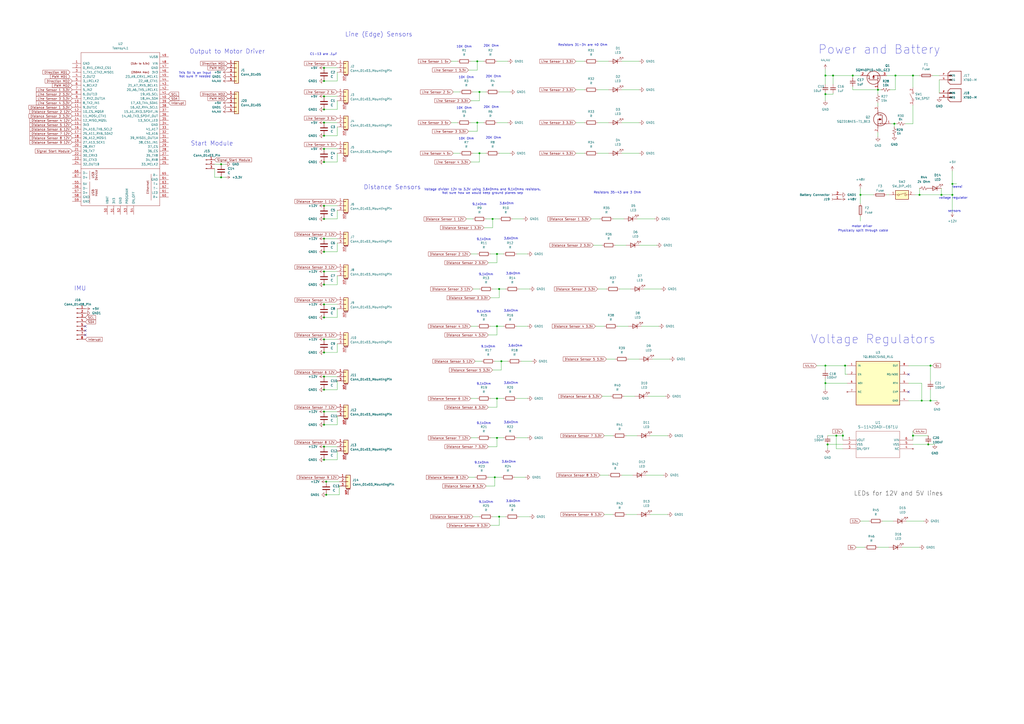
<source format=kicad_sch>
(kicad_sch (version 20231120) (generator "eeschema") (generator_version "8.0")
  (paper "A2")
  (junction (at 288.29 147.32))
  (junction (at 285.75 127))
  (junction (at 534.67 232.41))
  (junction (at 187.96 63.5))
  (junction (at 187.96 226.06))
  (junction (at 478.79 43.815))
  (junction (at 480.06 257.81))
  (junction (at 189.23 279.4))
  (junction (at 529.59 43.815))
  (junction (at 529.59 252.73))
  (junction (at 187.96 138.43))
  (junction (at 187.96 218.44))
  (junction (at 187.96 93.98))
  (junction (at 499.11 113.03))
  (junction (at 189.23 287.02))
  (junction (at 478.79 222.25))
  (junction (at 478.79 54.61))
  (junction (at 288.29 189.23))
  (junction (at 276.86 71.12))
  (junction (at 485.14 252.73))
  (junction (at 187.96 39.37))
  (junction (at 128.27 95.25))
  (junction (at 533.4 113.03))
  (junction (at 509.27 52.07))
  (junction (at 276.86 35.56))
  (junction (at 187.96 266.7))
  (junction (at 187.96 184.15))
  (junction (at 128.27 102.87))
  (junction (at 552.45 106.68))
  (junction (at 539.75 212.09))
  (junction (at 519.43 43.815))
  (junction (at 552.45 113.03))
  (junction (at 187.96 119.38))
  (junction (at 187.96 78.74))
  (junction (at 289.56 167.64))
  (junction (at 287.02 276.86))
  (junction (at 187.96 157.48))
  (junction (at 187.96 196.85))
  (junction (at 289.56 299.72))
  (junction (at 187.96 86.36))
  (junction (at 288.29 254))
  (junction (at 483.235 43.815))
  (junction (at 187.96 127))
  (junction (at 546.1 113.03))
  (junction (at 187.96 238.76))
  (junction (at 478.79 212.09))
  (junction (at 187.96 246.38))
  (junction (at 187.96 165.1))
  (junction (at 187.96 46.99))
  (junction (at 490.22 212.09))
  (junction (at 187.96 146.05))
  (junction (at 187.96 71.12))
  (junction (at 187.96 55.88))
  (junction (at 538.48 257.81))
  (junction (at 288.29 231.14))
  (junction (at 539.75 232.41))
  (junction (at 494.665 43.815))
  (junction (at 278.13 88.9))
  (junction (at 518.795 71.755))
  (junction (at 488.95 252.73))
  (junction (at 290.83 209.55))
  (junction (at 187.96 176.53))
  (junction (at 187.96 204.47))
  (junction (at 278.13 53.34))
  (junction (at 187.96 259.08))
  (no_connect (at 49.53 189.23))
  (no_connect (at 49.53 194.31))
  (no_connect (at 527.05 227.33))
  (no_connect (at 527.05 217.17))
  (no_connect (at 49.53 191.77))
  (wire (pts (xy 361.95 229.87) (xy 368.3 229.87)))
  (wire (pts (xy 288.29 147.32) (xy 288.29 152.4)))
  (wire (pts (xy 289.56 53.34) (xy 295.91 53.34)))
  (wire (pts (xy 278.13 88.9) (xy 278.13 93.98)))
  (wire (pts (xy 499.11 113.03) (xy 499.11 118.11)))
  (wire (pts (xy 195.58 121.92) (xy 195.58 127)))
  (wire (pts (xy 483.235 43.815) (xy 478.79 43.815)))
  (wire (pts (xy 373.38 167.64) (xy 383.54 167.64)))
  (wire (pts (xy 261.62 71.12) (xy 265.43 71.12)))
  (wire (pts (xy 270.51 127) (xy 274.32 127)))
  (wire (pts (xy 273.05 35.56) (xy 276.86 35.56)))
  (wire (pts (xy 543.56 232.41) (xy 539.75 232.41)))
  (wire (pts (xy 349.25 229.87) (xy 354.33 229.87)))
  (wire (pts (xy 334.01 52.07) (xy 339.09 52.07)))
  (wire (pts (xy 494.665 43.815) (xy 494.665 45.085)))
  (wire (pts (xy 187.96 55.88) (xy 195.58 55.88)))
  (wire (pts (xy 539.75 226.06) (xy 539.75 232.41)))
  (wire (pts (xy 372.11 189.23) (xy 382.27 189.23)))
  (wire (pts (xy 490.22 212.09) (xy 491.49 212.09)))
  (wire (pts (xy 299.72 231.14) (xy 306.07 231.14)))
  (wire (pts (xy 490.22 217.17) (xy 491.49 217.17)))
  (wire (pts (xy 275.59 209.55) (xy 279.4 209.55)))
  (wire (pts (xy 187.96 196.85) (xy 195.58 196.85)))
  (wire (pts (xy 289.56 167.64) (xy 289.56 172.72)))
  (wire (pts (xy 478.79 54.61) (xy 478.79 58.42)))
  (wire (pts (xy 278.13 53.34) (xy 278.13 58.42)))
  (wire (pts (xy 273.05 189.23) (xy 276.86 189.23)))
  (wire (pts (xy 546.1 109.22) (xy 546.1 113.03)))
  (wire (pts (xy 546.1 113.03) (xy 552.45 113.03)))
  (wire (pts (xy 276.86 35.56) (xy 280.67 35.56)))
  (wire (pts (xy 499.11 302.26) (xy 504.19 302.26)))
  (wire (pts (xy 525.78 302.26) (xy 535.94 302.26)))
  (wire (pts (xy 299.72 147.32) (xy 306.07 147.32)))
  (wire (pts (xy 509.27 317.5) (xy 515.62 317.5)))
  (wire (pts (xy 334.01 88.9) (xy 339.09 88.9)))
  (wire (pts (xy 539.75 232.41) (xy 534.67 232.41)))
  (wire (pts (xy 290.83 214.63) (xy 285.75 214.63)))
  (wire (pts (xy 284.48 147.32) (xy 288.29 147.32)))
  (wire (pts (xy 285.75 299.72) (xy 289.56 299.72)))
  (wire (pts (xy 284.48 189.23) (xy 288.29 189.23)))
  (wire (pts (xy 478.79 226.06) (xy 478.79 222.25)))
  (wire (pts (xy 128.27 95.25) (xy 124.46 95.25)))
  (wire (pts (xy 485.14 260.35) (xy 485.14 252.73)))
  (wire (pts (xy 262.89 53.34) (xy 266.7 53.34)))
  (wire (pts (xy 499.11 125.73) (xy 499.11 128.27)))
  (wire (pts (xy 363.22 252.73) (xy 369.57 252.73)))
  (wire (pts (xy 261.62 35.56) (xy 265.43 35.56)))
  (wire (pts (xy 541.02 212.09) (xy 539.75 212.09)))
  (wire (pts (xy 541.02 43.815) (xy 544.83 43.815)))
  (wire (pts (xy 195.58 179.07) (xy 195.58 184.15)))
  (wire (pts (xy 195.58 93.98) (xy 187.96 93.98)))
  (wire (pts (xy 187.96 119.38) (xy 195.58 119.38)))
  (wire (pts (xy 288.29 236.22) (xy 283.21 236.22)))
  (wire (pts (xy 278.13 58.42) (xy 273.05 58.42)))
  (wire (pts (xy 189.23 279.4) (xy 196.85 279.4)))
  (wire (pts (xy 281.94 127) (xy 285.75 127)))
  (wire (pts (xy 488.95 252.73) (xy 488.95 255.27)))
  (wire (pts (xy 128.27 102.87) (xy 130.81 102.87)))
  (wire (pts (xy 290.83 209.55) (xy 294.64 209.55)))
  (wire (pts (xy 274.32 167.64) (xy 278.13 167.64)))
  (wire (pts (xy 300.99 167.64) (xy 307.34 167.64)))
  (wire (pts (xy 283.21 276.86) (xy 287.02 276.86)))
  (wire (pts (xy 278.13 53.34) (xy 281.94 53.34)))
  (wire (pts (xy 358.14 189.23) (xy 364.49 189.23)))
  (wire (pts (xy 494.665 43.815) (xy 483.235 43.815)))
  (wire (pts (xy 187.96 71.12) (xy 195.58 71.12)))
  (wire (pts (xy 530.86 113.03) (xy 533.4 113.03)))
  (wire (pts (xy 346.71 167.64) (xy 351.79 167.64)))
  (wire (pts (xy 288.29 194.31) (xy 283.21 194.31)))
  (wire (pts (xy 478.79 222.25) (xy 491.49 222.25)))
  (wire (pts (xy 274.32 53.34) (xy 278.13 53.34)))
  (wire (pts (xy 478.79 43.815) (xy 478.79 40.005)))
  (wire (pts (xy 195.58 140.97) (xy 195.58 146.05)))
  (wire (pts (xy 363.22 298.45) (xy 369.57 298.45)))
  (wire (pts (xy 478.79 53.975) (xy 478.79 54.61)))
  (wire (pts (xy 195.58 73.66) (xy 195.58 78.74)))
  (wire (pts (xy 514.35 113.03) (xy 515.62 113.03)))
  (wire (pts (xy 288.29 189.23) (xy 292.1 189.23)))
  (wire (pts (xy 289.56 167.64) (xy 293.37 167.64)))
  (wire (pts (xy 514.35 43.815) (xy 519.43 43.815)))
  (wire (pts (xy 346.71 71.12) (xy 353.06 71.12)))
  (wire (pts (xy 285.75 127) (xy 285.75 132.08)))
  (wire (pts (xy 288.29 254) (xy 288.29 259.08)))
  (wire (pts (xy 552.45 106.68) (xy 554.99 106.68)))
  (wire (pts (xy 499.11 113.03) (xy 506.73 113.03)))
  (wire (pts (xy 187.96 39.37) (xy 195.58 39.37)))
  (wire (pts (xy 478.79 212.09) (xy 478.79 214.63)))
  (wire (pts (xy 494.665 52.07) (xy 509.27 52.07)))
  (wire (pts (xy 347.98 275.59) (xy 353.06 275.59)))
  (wire (pts (xy 196.85 281.94) (xy 196.85 287.02)))
  (wire (pts (xy 529.59 71.755) (xy 529.59 60.96)))
  (wire (pts (xy 374.65 275.59) (xy 384.81 275.59)))
  (wire (pts (xy 525.145 71.755) (xy 529.59 71.755)))
  (wire (pts (xy 478.79 222.25) (xy 478.79 219.71)))
  (wire (pts (xy 346.71 52.07) (xy 353.06 52.07)))
  (wire (pts (xy 299.72 254) (xy 306.07 254)))
  (wire (pts (xy 289.56 304.8) (xy 284.48 304.8)))
  (wire (pts (xy 529.59 252.73) (xy 538.48 252.73)))
  (wire (pts (xy 195.58 246.38) (xy 187.96 246.38)))
  (wire (pts (xy 187.96 176.53) (xy 195.58 176.53)))
  (wire (pts (xy 529.59 50.8) (xy 529.59 43.815)))
  (wire (pts (xy 288.29 254) (xy 292.1 254)))
  (wire (pts (xy 499.11 109.22) (xy 499.11 113.03)))
  (wire (pts (xy 273.05 254) (xy 276.86 254)))
  (wire (pts (xy 350.52 252.73) (xy 355.6 252.73)))
  (wire (pts (xy 124.46 97.79) (xy 124.46 102.87)))
  (wire (pts (xy 539.75 212.09) (xy 539.75 220.98)))
  (wire (pts (xy 345.44 189.23) (xy 350.52 189.23)))
  (wire (pts (xy 196.85 287.02) (xy 189.23 287.02)))
  (wire (pts (xy 287.02 276.86) (xy 287.02 281.94)))
  (wire (pts (xy 359.41 167.64) (xy 365.76 167.64)))
  (wire (pts (xy 355.6 127) (xy 361.95 127)))
  (wire (pts (xy 351.79 208.28) (xy 356.87 208.28)))
  (wire (pts (xy 299.72 189.23) (xy 306.07 189.23)))
  (wire (pts (xy 529.59 250.19) (xy 529.59 252.73)))
  (wire (pts (xy 274.32 88.9) (xy 278.13 88.9)))
  (wire (pts (xy 287.02 276.86) (xy 290.83 276.86)))
  (wire (pts (xy 360.68 275.59) (xy 367.03 275.59)))
  (wire (pts (xy 527.05 222.25) (xy 534.67 222.25)))
  (wire (pts (xy 534.67 232.41) (xy 527.05 232.41)))
  (wire (pts (xy 483.235 54.61) (xy 478.79 54.61)))
  (wire (pts (xy 490.22 212.09) (xy 490.22 217.17)))
  (wire (pts (xy 195.58 63.5) (xy 187.96 63.5)))
  (wire (pts (xy 529.59 257.81) (xy 538.48 257.81)))
  (wire (pts (xy 195.58 204.47) (xy 187.96 204.47)))
  (wire (pts (xy 195.58 266.7) (xy 187.96 266.7)))
  (wire (pts (xy 519.43 43.815) (xy 529.59 43.815)))
  (wire (pts (xy 195.58 220.98) (xy 195.58 226.06)))
  (wire (pts (xy 378.46 208.28) (xy 388.62 208.28)))
  (wire (pts (xy 533.4 109.22) (xy 533.4 113.03)))
  (wire (pts (xy 370.84 142.24) (xy 381 142.24)))
  (wire (pts (xy 529.59 43.815) (xy 533.4 43.815)))
  (wire (pts (xy 262.89 88.9) (xy 266.7 88.9)))
  (wire (pts (xy 284.48 231.14) (xy 288.29 231.14)))
  (wire (pts (xy 289.56 299.72) (xy 289.56 304.8)))
  (wire (pts (xy 124.46 102.87) (xy 128.27 102.87)))
  (wire (pts (xy 360.68 88.9) (xy 370.84 88.9)))
  (wire (pts (xy 288.29 147.32) (xy 292.1 147.32)))
  (wire (pts (xy 369.57 127) (xy 379.73 127)))
  (wire (pts (xy 288.29 189.23) (xy 288.29 194.31)))
  (wire (pts (xy 488.95 260.35) (xy 485.14 260.35)))
  (wire (pts (xy 195.58 46.99) (xy 187.96 46.99)))
  (wire (pts (xy 377.19 298.45) (xy 387.35 298.45)))
  (wire (pts (xy 187.96 86.36) (xy 195.58 86.36)))
  (wire (pts (xy 509.27 52.07) (xy 509.27 54.61)))
  (wire (pts (xy 274.32 299.72) (xy 278.13 299.72)))
  (wire (pts (xy 516.255 52.07) (xy 519.43 52.07)))
  (wire (pts (xy 552.45 106.68) (xy 552.45 113.03)))
  (wire (pts (xy 289.56 88.9) (xy 295.91 88.9)))
  (wire (pts (xy 346.71 35.56) (xy 353.06 35.56)))
  (wire (pts (xy 485.14 252.73) (xy 480.06 252.73)))
  (wire (pts (xy 278.13 93.98) (xy 273.05 93.98)))
  (wire (pts (xy 195.58 41.91) (xy 195.58 46.99)))
  (wire (pts (xy 288.29 259.08) (xy 283.21 259.08)))
  (wire (pts (xy 360.68 52.07) (xy 370.84 52.07)))
  (wire (pts (xy 288.29 152.4) (xy 283.21 152.4)))
  (wire (pts (xy 539.75 212.09) (xy 527.05 212.09)))
  (wire (pts (xy 302.26 209.55) (xy 308.61 209.55)))
  (wire (pts (xy 529.59 252.73) (xy 529.59 255.27)))
  (wire (pts (xy 273.05 231.14) (xy 276.86 231.14)))
  (wire (pts (xy 278.13 88.9) (xy 281.94 88.9)))
  (wire (pts (xy 187.96 157.48) (xy 195.58 157.48)))
  (wire (pts (xy 377.19 252.73) (xy 387.35 252.73)))
  (wire (pts (xy 496.57 317.5) (xy 501.65 317.5)))
  (wire (pts (xy 342.9 127) (xy 347.98 127)))
  (wire (pts (xy 478.79 212.09) (xy 490.22 212.09)))
  (wire (pts (xy 360.68 71.12) (xy 370.84 71.12)))
  (wire (pts (xy 287.02 281.94) (xy 281.94 281.94)))
  (wire (pts (xy 483.235 43.815) (xy 483.235 48.895)))
  (wire (pts (xy 483.235 53.975) (xy 483.235 54.61)))
  (wire (pts (xy 187.96 138.43) (xy 195.58 138.43)))
  (wire (pts (xy 344.17 142.24) (xy 349.25 142.24)))
  (wire (pts (xy 285.75 167.64) (xy 289.56 167.64)))
  (wire (pts (xy 519.43 52.07) (xy 519.43 43.815)))
  (wire (pts (xy 288.29 71.12) (xy 294.64 71.12)))
  (wire (pts (xy 480.06 260.35) (xy 480.06 257.81)))
  (wire (pts (xy 187.96 238.76) (xy 195.58 238.76)))
  (wire (pts (xy 297.18 127) (xy 303.53 127)))
  (wire (pts (xy 285.75 132.08) (xy 280.67 132.08)))
  (wire (pts (xy 195.58 199.39) (xy 195.58 204.47)))
  (wire (pts (xy 478.79 48.895) (xy 478.79 43.815)))
  (wire (pts (xy 494.665 50.165) (xy 494.665 52.07)))
  (wire (pts (xy 289.56 299.72) (xy 293.37 299.72)))
  (wire (pts (xy 350.52 298.45) (xy 355.6 298.45)))
  (wire (pts (xy 187.96 218.44) (xy 195.58 218.44)))
  (wire (pts (xy 195.58 146.05) (xy 187.96 146.05)))
  (wire (pts (xy 288.29 231.14) (xy 292.1 231.14)))
  (wire (pts (xy 195.58 184.15) (xy 187.96 184.15)))
  (wire (pts (xy 195.58 88.9) (xy 195.58 93.98)))
  (wire (pts (xy 518.795 71.755) (xy 518.795 73.66)))
  (wire (pts (xy 271.78 276.86) (xy 275.59 276.86)))
  (wire (pts (xy 360.68 35.56) (xy 370.84 35.56)))
  (wire (pts (xy 300.99 299.72) (xy 307.34 299.72)))
  (wire (pts (xy 533.4 113.03) (xy 546.1 113.03)))
  (wire (pts (xy 499.11 43.815) (xy 494.665 43.815)))
  (wire (pts (xy 509.27 59.69) (xy 509.27 61.595)))
  (wire (pts (xy 346.71 88.9) (xy 353.06 88.9)))
  (wire (pts (xy 195.58 78.74) (xy 187.96 78.74)))
  (wire (pts (xy 195.58 165.1) (xy 187.96 165.1)))
  (wire (pts (xy 488.95 252.73) (xy 485.14 252.73)))
  (wire (pts (xy 289.56 172.72) (xy 284.48 172.72)))
  (wire (pts (xy 276.86 35.56) (xy 276.86 40.64)))
  (wire (pts (xy 534.67 222.25) (xy 534.67 232.41)))
  (wire (pts (xy 195.58 160.02) (xy 195.58 165.1)))
  (wire (pts (xy 288.29 35.56) (xy 294.64 35.56)))
  (wire (pts (xy 298.45 276.86) (xy 304.8 276.86)))
  (wire (pts (xy 480.06 257.81) (xy 488.95 257.81)))
  (wire (pts (xy 195.58 226.06) (xy 187.96 226.06)))
  (wire (pts (xy 195.58 261.62) (xy 195.58 266.7)))
  (wire (pts (xy 552.45 99.06) (xy 552.45 106.68)))
  (wire (pts (xy 276.86 71.12) (xy 276.86 76.2)))
  (wire (pts (xy 488.95 250.19) (xy 488.95 252.73)))
  (wire (pts (xy 544.83 46.355) (xy 544.83 53.975)))
  (wire (pts (xy 538.48 257.81) (xy 542.29 257.81)))
  (wire (pts (xy 509.27 52.07) (xy 511.175 52.07)))
  (wire (pts (xy 187.96 259.08) (xy 195.58 259.08)))
  (wire (pts (xy 509.27 51.435) (xy 509.27 52.07)))
  (wire (pts (xy 128.27 95.25) (xy 130.81 95.25)))
  (wire (pts (xy 195.58 127) (xy 187.96 127)))
  (wire (pts (xy 552.45 113.03) (xy 552.45 123.19)))
  (wire (pts (xy 195.58 241.3) (xy 195.58 246.38)))
  (wire (pts (xy 511.81 302.26) (xy 518.16 302.26)))
  (wire (pts (xy 195.58 58.42) (xy 195.58 63.5)))
  (wire (pts (xy 276.86 71.12) (xy 280.67 71.12)))
  (wire (pts (xy 334.01 35.56) (xy 339.09 35.56)))
  (wire (pts (xy 276.86 40.64) (xy 271.78 40.64)))
  (wire (pts (xy 516.89 71.755) (xy 518.795 71.755)))
  (wire (pts (xy 375.92 229.87) (xy 386.08 229.87)))
  (wire (pts (xy 356.87 142.24) (xy 363.22 142.24)))
  (wire (pts (xy 287.02 209.55) (xy 290.83 209.55)))
  (wire (pts (xy 518.795 71.755) (xy 520.065 71.755)))
  (wire (pts (xy 276.86 76.2) (xy 271.78 76.2)))
  (wire (pts (xy 273.05 147.32) (xy 276.86 147.32)))
  (wire (pts (xy 273.05 71.12) (xy 276.86 71.12)))
  (wire (pts (xy 284.48 254) (xy 288.29 254)))
  (wire (pts (xy 285.75 127) (xy 289.56 127)))
  (wire (pts (xy 290.83 209.55) (xy 290.83 214.63)))
  (wire (pts (xy 334.01 71.12) (xy 339.09 71.12)))
  (wire (pts (xy 509.27 76.835) (xy 509.27 79.375)))
  (wire (pts (xy 288.29 231.14) (xy 288.29 236.22)))
  (wire (pts (xy 523.24 317.5) (xy 533.4 317.5)))
  (wire (pts (xy 364.49 208.28) (xy 370.84 208.28)))
  (wire (pts (xy 473.71 212.09) (xy 478.79 212.09)))
  (text "Resistors 31-34 are 40 Ohm" (at 338.074 26.162 0) (effects (font (size 1.27 1.27))))
  (text "Output to Motor Driver" (at 131.826 29.972 0) (effects (font (size 2.54 2.54))))
  (text "This 5V is an input\nNot sure if needed" (at 113.03 43.434 0) (effects (font (size 1.27 1.27))))
  (text "3.6kOhm" (at 296.418 138.43 0) (effects (font (size 1.27 1.27))))
  (text "teensi\n" (at 552.45 109.22 0) (effects (font (size 1.27 1.27)) (justify left bottom)))
  (text "9.1kOhm" (at 280.67 245.618 0) (effects (font (size 1.27 1.27))))
  (text "20K Ohm" (at 284.988 26.67 0) (effects (font (size 1.27 1.27))))
  (text "Power and Battery\n" (at 510.032 28.829 0) (effects (font (size 5.08 5.08))))
  (text "Resistors 35-43 are 3 Ohm" (at 358.14 111.76 0) (effects (font (size 1.27 1.27))))
  (text "9.1kOhm" (at 283.21 201.168 0) (effects (font (size 1.27 1.27))))
  (text "3.6kOhm" (at 293.878 118.11 0) (effects (font (size 1.27 1.27))))
  (text "9.1kOhm" (at 280.67 180.848 0) (effects (font (size 1.27 1.27))))
  (text "motor driver" (at 494.03 132.08 0) (effects (font (size 1.27 1.27)) (justify left bottom)))
  (text "9.1kOhm" (at 281.94 291.338 0) (effects (font (size 1.27 1.27))))
  (text "3.6kOhm" (at 297.688 290.83 0) (effects (font (size 1.27 1.27))))
  (text "3.6kOhm" (at 297.688 158.75 0) (effects (font (size 1.27 1.27))))
  (text "9.1kOhm" (at 278.13 118.618 0) (effects (font (size 1.27 1.27))))
  (text "Start Module" (at 122.936 83.312 0) (effects (font (size 2.54 2.54))))
  (text "3.6kOhm" (at 296.418 180.34 0) (effects (font (size 1.27 1.27))))
  (text "Voltage Regulators" (at 506.476 196.85 0) (effects (font (size 5.08 5.08))))
  (text "9.1kOhm" (at 280.67 222.758 0) (effects (font (size 1.27 1.27))))
  (text "IMU" (at 46.482 167.386 0) (effects (font (size 2.54 2.54))))
  (text "9.1kOhm" (at 280.67 138.938 0) (effects (font (size 1.27 1.27))))
  (text "10K Ohm" (at 269.24 27.178 0) (effects (font (size 1.27 1.27))))
  (text "10K Ohm" (at 270.51 80.518 0) (effects (font (size 1.27 1.27))))
  (text "Distance Sensors" (at 227.584 108.712 0) (effects (font (size 2.54 2.54))))
  (text "C1-13 are .1µF" (at 187.706 31.496 0) (effects (font (size 1.27 1.27))))
  (text "10K Ohm" (at 269.24 62.738 0) (effects (font (size 1.27 1.27))))
  (text "3.6kOhm" (at 295.148 267.97 0) (effects (font (size 1.27 1.27))))
  (text "20K Ohm" (at 286.258 44.45 0) (effects (font (size 1.27 1.27))))
  (text "20K Ohm" (at 286.258 80.01 0) (effects (font (size 1.27 1.27))))
  (text "Voltage divider 12V to 3.3V using 3.6kOhms and 9.1kOhms resistors.\nNot sure how we would keep ground planes sep" (at 279.908 110.998 0) (effects (font (size 1.27 1.27))))
  (text "20K Ohm" (at 284.988 62.23 0) (effects (font (size 1.27 1.27))))
  (text "3.6kOhm" (at 298.958 200.66 0) (effects (font (size 1.27 1.27))))
  (text "10K Ohm" (at 270.51 44.958 0) (effects (font (size 1.27 1.27))))
  (text "voltage regulator\n" (at 544.576 115.57 0) (effects (font (size 1.27 1.27)) (justify left bottom)))
  (text "9.1kOhm" (at 279.4 268.478 0) (effects (font (size 1.27 1.27))))
  (text "Line (Edge) Sensors" (at 219.71 20.066 0) (effects (font (size 2.54 2.54))))
  (text "sensors" (at 549.91 123.19 0) (effects (font (size 1.27 1.27)) (justify left bottom)))
  (text "Physically split through cable" (at 500.634 133.858 0) (effects (font (size 1.27 1.27))))
  (text "9.1kOhm" (at 281.94 159.258 0) (effects (font (size 1.27 1.27))))
  (text "3.6kOhm" (at 296.418 245.11 0) (effects (font (size 1.27 1.27))))
  (text "3.6kOhm" (at 296.418 222.25 0) (effects (font (size 1.27 1.27))))
  (label "LEDs for 12V and 5V lines" (at 495.3 288.29 0) (effects (font (size 2.54 2.54))))
  (global_label "Distance Sensor 9 3.3V" (shape input) (at 284.48 304.8 180) (property "Intersheetrefs" "${INTERSHEET_REFS}" (effects (hide yes))))
  (global_label "Line Sensor 2 3.3V" (shape input) (at 41.91 54.61 180) (property "Intersheetrefs" "${INTERSHEET_REFS}" (effects (hide yes))))
  (global_label "44.4v" (shape input) (at 473.71 212.09 180) (property "Intersheetrefs" "${INTERSHEET_REFS}" (effects (hide yes))))
  (global_label "Distance Sensor 2 3.3V" (shape input) (at 344.17 142.24 180) (property "Intersheetrefs" "${INTERSHEET_REFS}" (effects (hide yes))))
  (global_label "Distance Sensor 4 3.3V" (shape input) (at 283.21 194.31 180) (property "Intersheetrefs" "${INTERSHEET_REFS}" (effects (hide yes))))
  (global_label "Distance Sensor 7 12V" (shape input) (at 41.91 77.47 180) (property "Intersheetrefs" "${INTERSHEET_REFS}" (effects (hide yes))))
  (global_label "Direction MD2" (shape input) (at 41.91 46.99 180) (property "Intersheetrefs" "${INTERSHEET_REFS}" (effects (hide yes))))
  (global_label "Distance Sensor 3 3.3V" (shape input) (at 284.48 172.72 180) (property "Intersheetrefs" "${INTERSHEET_REFS}" (effects (hide yes))))
  (global_label "Distance Sensor 4 12V" (shape input) (at 273.05 189.23 180) (property "Intersheetrefs" "${INTERSHEET_REFS}" (effects (hide yes))))
  (global_label "Line Sensor 4 5v" (shape input) (at 195.58 83.82 180) (property "Intersheetrefs" "${INTERSHEET_REFS}" (effects (hide yes))))
  (global_label "12v" (shape input) (at 499.11 302.26 180) (property "Intersheetrefs" "${INTERSHEET_REFS}" (effects (hide yes))))
  (global_label "Direction MD2" (shape input) (at 132.08 54.61 180) (property "Intersheetrefs" "${INTERSHEET_REFS}" (effects (hide yes))))
  (global_label "Line Sensor 4 3.3V" (shape input) (at 334.01 88.9 180) (property "Intersheetrefs" "${INTERSHEET_REFS}" (effects (hide yes))))
  (global_label "Distance Sensor 1 3.3V" (shape input) (at 342.9 127 180) (property "Intersheetrefs" "${INTERSHEET_REFS}" (effects (hide yes))))
  (global_label "Distance Sensor 2 3.3V" (shape input) (at 283.21 152.4 180) (property "Intersheetrefs" "${INTERSHEET_REFS}" (effects (hide yes))))
  (global_label "Distance Sensor 2 12V" (shape input) (at 273.05 147.32 180) (property "Intersheetrefs" "${INTERSHEET_REFS}" (effects (hide yes))))
  (global_label "Line Sensor 3 3.3V" (shape input) (at 271.78 76.2 180) (property "Intersheetrefs" "${INTERSHEET_REFS}" (effects (hide yes))))
  (global_label "SDA" (shape input) (at 97.79 57.15 0) (property "Intersheetrefs" "${INTERSHEET_REFS}" (effects (hide yes))))
  (global_label "SCL" (shape input) (at 49.53 184.15 0) (property "Intersheetrefs" "${INTERSHEET_REFS}" (effects (hide yes))))
  (global_label "PWM MD2" (shape input) (at 41.91 49.53 180) (property "Intersheetrefs" "${INTERSHEET_REFS}" (effects (hide yes))))
  (global_label "Distance Sensor 1 3.3V" (shape input) (at 280.67 132.08 180) (property "Intersheetrefs" "${INTERSHEET_REFS}" (effects (hide yes))))
  (global_label "Line Sensor 1 3.3V" (shape input) (at 41.91 52.07 180) (property "Intersheetrefs" "${INTERSHEET_REFS}" (effects (hide yes))))
  (global_label "Line Sensor 3 3.3V" (shape input) (at 41.91 57.15 180) (property "Intersheetrefs" "${INTERSHEET_REFS}" (effects (hide yes))))
  (global_label "PWM MD2" (shape input) (at 132.08 57.15 180) (property "Intersheetrefs" "${INTERSHEET_REFS}" (effects (hide yes))))
  (global_label "Interupt" (shape input) (at 97.79 59.69 0) (property "Intersheetrefs" "${INTERSHEET_REFS}" (effects (hide yes))))
  (global_label "Distance Sensor 9 3.3V" (shape input) (at 350.52 298.45 180) (property "Intersheetrefs" "${INTERSHEET_REFS}" (effects (hide yes))))
  (global_label "Distance Sensor 5 12V" (shape input) (at 41.91 72.39 180) (property "Intersheetrefs" "${INTERSHEET_REFS}" (effects (hide yes))))
  (global_label "Line Sensor 1 5v" (shape input) (at 195.58 36.83 180) (property "Intersheetrefs" "${INTERSHEET_REFS}" (effects (hide yes))))
  (global_label "5v" (shape input) (at 496.57 317.5 180) (property "Intersheetrefs" "${INTERSHEET_REFS}" (effects (hide yes))))
  (global_label "Distance Sensor 9 12V" (shape input) (at 196.85 276.86 180) (property "Intersheetrefs" "${INTERSHEET_REFS}" (effects (hide yes))))
  (global_label "Distance Sensor 9 12V" (shape input) (at 41.91 82.55 180) (property "Intersheetrefs" "${INTERSHEET_REFS}" (effects (hide yes))))
  (global_label "Distance Sensor 8 3.3V" (shape input) (at 347.98 275.59 180) (property "Intersheetrefs" "${INTERSHEET_REFS}" (effects (hide yes))))
  (global_label "Distance Sensor 8 3.3V" (shape input) (at 281.94 281.94 180) (property "Intersheetrefs" "${INTERSHEET_REFS}" (effects (hide yes))))
  (global_label "Line Sensor 3 3.3V" (shape input) (at 334.01 71.12 180) (property "Intersheetrefs" "${INTERSHEET_REFS}" (effects (hide yes))))
  (global_label "Line Sensor 4 3.3V" (shape input) (at 41.91 59.69 180) (property "Intersheetrefs" "${INTERSHEET_REFS}" (effects (hide yes))))
  (global_label "Distance Sensor 7 3.3V" (shape input) (at 350.52 252.73 180) (property "Intersheetrefs" "${INTERSHEET_REFS}" (effects (hide yes))))
  (global_label "Distance Sensor 6 12V" (shape input) (at 273.05 231.14 180) (property "Intersheetrefs" "${INTERSHEET_REFS}" (effects (hide yes))))
  (global_label "Distance Sensor 7 12V" (shape input) (at 195.58 236.22 180) (property "Intersheetrefs" "${INTERSHEET_REFS}" (effects (hide yes))))
  (global_label "Line Sensor 4 5v" (shape input) (at 262.89 88.9 180) (property "Intersheetrefs" "${INTERSHEET_REFS}" (effects (hide yes))))
  (global_label "Line Sensor 2 3.3V" (shape input) (at 334.01 52.07 180) (property "Intersheetrefs" "${INTERSHEET_REFS}" (effects (hide yes))))
  (global_label "Distance Sensor 3 3.3V" (shape input) (at 346.71 167.64 180) (property "Intersheetrefs" "${INTERSHEET_REFS}" (effects (hide yes))))
  (global_label "Distance Sensor 6 12V" (shape input) (at 41.91 74.93 180) (property "Intersheetrefs" "${INTERSHEET_REFS}" (effects (hide yes))))
  (global_label "Distance Sensor 2 12V" (shape input) (at 41.91 64.77 180) (property "Intersheetrefs" "${INTERSHEET_REFS}" (effects (hide yes))))
  (global_label "PWM MD1" (shape input) (at 132.08 39.37 180) (property "Intersheetrefs" "${INTERSHEET_REFS}" (effects (hide yes))))
  (global_label "Distance Sensor 1 12V" (shape input) (at 270.51 127 180) (property "Intersheetrefs" "${INTERSHEET_REFS}" (effects (hide yes))))
  (global_label "Line Sensor 2 5v" (shape input) (at 195.58 53.34 180) (property "Intersheetrefs" "${INTERSHEET_REFS}" (effects (hide yes))))
  (global_label "Distance Sensor 8 12V" (shape input) (at 271.78 276.86 180) (property "Intersheetrefs" "${INTERSHEET_REFS}" (effects (hide yes))))
  (global_label "Distance Sensor 3 12V" (shape input) (at 274.32 167.64 180) (property "Intersheetrefs" "${INTERSHEET_REFS}" (effects (hide yes))))
  (global_label "Line Sensor 4 3.3V" (shape input) (at 273.05 93.98 180) (property "Intersheetrefs" "${INTERSHEET_REFS}" (effects (hide yes))))
  (global_label "Distance Sensor 8 12V" (shape input) (at 41.91 80.01 180) (property "Intersheetrefs" "${INTERSHEET_REFS}" (effects (hide yes))))
  (global_label "Distance Sensor 4 3.3V" (shape input) (at 345.44 189.23 180) (property "Intersheetrefs" "${INTERSHEET_REFS}" (effects (hide yes))))
  (global_label "44.4v" (shape input) (at 529.59 250.19 0) (property "Intersheetrefs" "${INTERSHEET_REFS}" (effects (hide yes))))
  (global_label "Line Sensor 1 5v" (shape input) (at 261.62 35.56 180) (property "Intersheetrefs" "${INTERSHEET_REFS}" (effects (hide yes))))
  (global_label "Line Sensor 1 3.3V" (shape input) (at 271.78 40.64 180) (property "Intersheetrefs" "${INTERSHEET_REFS}" (effects (hide yes))))
  (global_label "Distance Sensor 9 12V" (shape input) (at 274.32 299.72 180) (property "Intersheetrefs" "${INTERSHEET_REFS}" (effects (hide yes))))
  (global_label "Interupt" (shape input) (at 49.53 196.85 0) (property "Intersheetrefs" "${INTERSHEET_REFS}" (effects (hide yes))))
  (global_label "Distance Sensor 3 12V" (shape input) (at 195.58 154.94 180) (property "Intersheetrefs" "${INTERSHEET_REFS}" (effects (hide yes))))
  (global_label "Distance Sensor 7 12V" (shape input) (at 273.05 254 180) (property "Intersheetrefs" "${INTERSHEET_REFS}" (effects (hide yes))))
  (global_label "Distance Sensor 5 3.3V" (shape input) (at 351.79 208.28 180) (property "Intersheetrefs" "${INTERSHEET_REFS}" (effects (hide yes))))
  (global_label "Distance Sensor 5 12V" (shape input) (at 275.59 209.55 180) (property "Intersheetrefs" "${INTERSHEET_REFS}" (effects (hide yes))))
  (global_label "SDA" (shape input) (at 49.53 186.69 0) (property "Intersheetrefs" "${INTERSHEET_REFS}" (effects (hide yes))))
  (global_label "Signal Start Module" (shape input) (at 41.91 87.63 180) (property "Intersheetrefs" "${INTERSHEET_REFS}" (effects (hide yes))))
  (global_label "Line Sensor 3 5v" (shape input) (at 195.58 68.58 180) (property "Intersheetrefs" "${INTERSHEET_REFS}" (effects (hide yes))))
  (global_label "SCL" (shape input) (at 97.79 54.61 0) (property "Intersheetrefs" "${INTERSHEET_REFS}" (effects (hide yes))))
  (global_label "Distance Sensor 5 12V" (shape input) (at 195.58 194.31 180) (property "Intersheetrefs" "${INTERSHEET_REFS}" (effects (hide yes))))
  (global_label "12v" (shape input) (at 488.95 250.19 180) (property "Intersheetrefs" "${INTERSHEET_REFS}" (effects (hide yes))))
  (global_label "Line Sensor 2 3.3V" (shape input) (at 273.05 58.42 180) (property "Intersheetrefs" "${INTERSHEET_REFS}" (effects (hide yes))))
  (global_label "Distance Sensor 1 12V" (shape input) (at 195.58 116.84 180) (property "Intersheetrefs" "${INTERSHEET_REFS}" (effects (hide yes))))
  (global_label "Distance Sensor 7 3.3V" (shape input) (at 283.21 259.08 180) (property "Intersheetrefs" "${INTERSHEET_REFS}" (effects (hide yes))))
  (global_label "Distance Sensor 5 3.3V" (shape input) (at 285.75 214.63 180) (property "Intersheetrefs" "${INTERSHEET_REFS}" (effects (hide yes))))
  (global_label "5v" (shape input) (at 541.02 212.09 0) (property "Intersheetrefs" "${INTERSHEET_REFS}" (effects (hide yes))))
  (global_label "Line Sensor 1 3.3V" (shape input) (at 334.01 35.56 180) (property "Intersheetrefs" "${INTERSHEET_REFS}" (effects (hide yes))))
  (global_label "Distance Sensor 4 12V" (shape input) (at 195.58 173.99 180) (property "Intersheetrefs" "${INTERSHEET_REFS}" (effects (hide yes))))
  (global_label "Distance Sensor 6 3.3V" (shape input) (at 283.21 236.22 180) (property "Intersheetrefs" "${INTERSHEET_REFS}" (effects (hide yes))))
  (global_label "Direction MD1" (shape input) (at 40.64 41.91 180) (property "Intersheetrefs" "${INTERSHEET_REFS}" (effects (hide yes))))
  (global_label "Distance Sensor 1 3.3V" (shape input) (at 41.91 62.23 180) (property "Intersheetrefs" "${INTERSHEET_REFS}" (effects (hide yes))))
  (global_label "Distance Sensor 4 12V" (shape input) (at 41.91 69.85 180) (property "Intersheetrefs" "${INTERSHEET_REFS}" (effects (hide yes))))
  (global_label "Direction MD1" (shape input) (at 132.08 36.83 180) (property "Intersheetrefs" "${INTERSHEET_REFS}" (effects (hide yes))))
  (global_label "Distance Sensor 3 3.3V" (shape input) (at 41.91 67.31 180) (property "Intersheetrefs" "${INTERSHEET_REFS}" (effects (hide yes))))
  (global_label "Distance Sensor 6 12V" (shape input) (at 195.58 215.9 180) (property "Intersheetrefs" "${INTERSHEET_REFS}" (effects (hide yes))))
  (global_label "Distance Sensor 8 12V" (shape input) (at 195.58 256.54 180) (property "Intersheetrefs" "${INTERSHEET_REFS}" (effects (hide yes))))
  (global_label "Distance Sensor 2 12V" (shape input) (at 195.58 135.89 180) (property "Intersheetrefs" "${INTERSHEET_REFS}" (effects (hide yes))))
  (global_label "Signal Start Module" (shape input) (at 124.46 92.71 0) (property "Intersheetrefs" "${INTERSHEET_REFS}" (effects (hide yes))))
  (global_label "Line Sensor 2 5v" (shape input) (at 262.89 53.34 180) (property "Intersheetrefs" "${INTERSHEET_REFS}" (effects (hide yes))))
  (global_label "Distance Sensor 6 3.3V" (shape input) (at 349.25 229.87 180) (property "Intersheetrefs" "${INTERSHEET_REFS}" (effects (hide yes))))
  (global_label "Line Sensor 3 5v" (shape input) (at 261.62 71.12 180) (property "Intersheetrefs" "${INTERSHEET_REFS}" (effects (hide yes))))
  (global_label "PWM MD1" (shape input) (at 40.64 44.45 180) (property "Intersheetrefs" "${INTERSHEET_REFS}" (effects (hide yes))))
  (symbol (lib_id "Device:C") (at 128.27 99.06 180) (unit 1)
    (property "Reference" "C14" (at 132.08 97.7899 0) (effects (justify right)))
    (property "Value" "C" (at 132.08 100.3299 0) (effects (justify right)))
    (property "Description" "Unpolarized capacitor" (effects (hide yes)))
  )
  (symbol (lib_id "Connector_Generic_MountingPin:Conn_01x03_MountingPin") (at 201.93 279.4 0) (unit 1)
    (property "Reference" "J14" (at 204.47 278.4855 0) (effects (justify left)))
    (property "Value" "Conn_01x03_MountingPin" (at 204.47 281.0255 0) (effects (justify left)))
    (property "Description" "Generic connectable mounting pin connector, single row, 01x03, script generated (kicad-library-utils/schlib/autogen/connector/)" (effects (hide yes)))
  )
  (symbol (lib_id "power:+12V") (at 187.96 238.76 90) (unit 1)
    (property "Reference" "#PWR027" (effects (hide yes)))
    (property "Value" "+12V" (at 184.15 238.7599 90) (effects (justify left)))
    (property "Description" "Power symbol creates a global label with name \"+12V\"" (effects (hide yes)))
  )
  (symbol (lib_id "power:GND1") (at 379.73 127 90) (unit 1)
    (property "Reference" "#PWR063" (effects (hide yes)))
    (property "Value" "GND1" (at 383.54 126.9999 90) (effects (justify right)))
    (property "Description" "Power symbol creates a global label with name \"GND1\" , ground" (effects (hide yes)))
  )
  (symbol (lib_id "power:GND1") (at 295.91 88.9 90) (unit 1)
    (property "Reference" "#PWR014" (effects (hide yes)))
    (property "Value" "GND1" (at 299.72 88.8999 90) (effects (justify right)))
    (property "Description" "Power symbol creates a global label with name \"GND1\" , ground" (effects (hide yes)))
  )
  (symbol (lib_id "power:GND1") (at 386.08 229.87 90) (unit 1)
    (property "Reference" "#PWR068" (effects (hide yes)))
    (property "Value" "GND1" (at 389.89 229.8699 90) (effects (justify right)))
    (property "Description" "Power symbol creates a global label with name \"GND1\" , ground" (effects (hide yes)))
  )
  (symbol (lib_id "power:GND") (at 542.29 257.81 0) (unit 1)
    (property "Reference" "#PWR057" (effects (hide yes)))
    (property "Value" "GND" (at 542.29 262.89 0))
    (property "Description" "Power symbol creates a global label with name \"GND\" , ground" (effects (hide yes)))
  )
  (symbol (lib_id "power:GND1") (at 384.81 275.59 90) (unit 1)
    (property "Reference" "#PWR070" (effects (hide yes)))
    (property "Value" "GND1" (at 388.62 275.5899 90) (effects (justify right)))
    (property "Description" "Power symbol creates a global label with name \"GND1\" , ground" (effects (hide yes)))
  )
  (symbol (lib_id "Connector_Generic_MountingPin:Conn_01x03_MountingPin") (at 200.66 71.12 0) (unit 1)
    (property "Reference" "J4" (at 203.2 70.2055 0) (effects (justify left)))
    (property "Value" "Conn_01x03_MountingPin" (at 203.2 72.7455 0) (effects (justify left)))
    (property "Description" "Generic connectable mounting pin connector, single row, 01x03, script generated (kicad-library-utils/schlib/autogen/connector/)" (effects (hide yes)))
  )
  (symbol (lib_id "Device:C_Small") (at 478.79 217.17 0) (unit 1)
    (property "Reference" "C18" (at 481.076 216.916 0) (effects (justify left)))
    (property "Value" "100nF" (at 479.552 218.948 0) (effects (justify left)))
    (property "Description" "Unpolarized capacitor, small symbol" (effects (hide yes)))
  )
  (symbol (lib_id "Device:R") (at 342.9 88.9 90) (unit 1)
    (property "Reference" "R34" (at 342.9 82.55 90))
    (property "Value" "R" (at 342.9 85.09 90))
    (property "Description" "Resistor" (effects (hide yes)))
  )
  (symbol (lib_id "voltage reg 12v:S-1142DA0I-E6T1U") (at 488.95 255.27 0) (unit 1)
    (property "Reference" "U1" (at 509.27 245.11 0) (effects (font (size 1.524 1.524))))
    (property "Value" "S-1142DA0I-E6T1U" (at 509.27 247.65 0) (effects (font (size 1.524 1.524))))
    (property "Footprint" "HSOP6-A-PKG_FH006-A-P-SD-2.1_ABL" (effects (hide yes)))
    (property "Datasheet" "S-1142DA0I-E6T1U" (effects (hide yes)))
  )
  (symbol (lib_id "Device:LED") (at 521.97 302.26 180) (unit 1)
    (property "Reference" "D15" (at 523.5575 294.64 0))
    (property "Value" "LED" (at 523.5575 297.18 0))
    (property "Description" "Light emitting diode" (effects (hide yes)))
  )
  (symbol (lib_id "power:GND1") (at 304.8 276.86 90) (unit 1)
    (property "Reference" "#PWR040" (effects (hide yes)))
    (property "Value" "GND1" (at 308.61 276.8599 90) (effects (justify right)))
    (property "Description" "Power symbol creates a global label with name \"GND1\" , ground" (effects (hide yes)))
  )
  (symbol (lib_id "Device:R") (at 294.64 276.86 90) (unit 1)
    (property "Reference" "R24" (at 294.64 270.51 90))
    (property "Value" "R" (at 294.64 273.05 90))
    (property "Description" "Resistor" (effects (hide yes)))
  )
  (symbol (lib_id "Device:R") (at 298.45 209.55 90) (unit 1)
    (property "Reference" "R18" (at 298.45 203.2 90))
    (property "Value" "R" (at 298.45 205.74 90))
    (property "Description" "Resistor" (effects (hide yes)))
  )
  (symbol (lib_id "power:GND1") (at 487.68 113.03 90) (unit 1)
    (property "Reference" "#PWR072" (effects (hide yes)))
    (property "Value" "GND1" (at 491.49 113.0301 90) (effects (justify right)))
    (property "Description" "Power symbol creates a global label with name \"GND1\" , ground" (effects (hide yes)))
  )
  (symbol (lib_id "Device:R") (at 295.91 231.14 90) (unit 1)
    (property "Reference" "R20" (at 295.91 224.79 90))
    (property "Value" "R" (at 295.91 227.33 90))
    (property "Description" "Resistor" (effects (hide yes)))
  )
  (symbol (lib_id "Device:R") (at 295.91 254 90) (unit 1)
    (property "Reference" "R22" (at 295.91 247.65 90))
    (property "Value" "R" (at 295.91 250.19 90))
    (property "Description" "Resistor" (effects (hide yes)))
  )
  (symbol (lib_id "Device:C_Small") (at 494.665 47.625 0) (unit 1)
    (property "Reference" "C17" (at 497.205 46.3613 0) (effects (justify left)))
    (property "Value" "1uF" (at 497.205 48.9013 0) (effects (justify left)))
    (property "Footprint" "Capacitor_SMD:C_0805_2012Metric_Pad1.18x1.45mm_HandSolder" (effects (hide yes)))
  )
  (symbol (lib_id "power:GND1") (at 187.96 46.99 270) (unit 1)
    (property "Reference" "#PWR04" (effects (hide yes)))
    (property "Value" "GND1" (at 184.15 46.9899 90) (effects (justify right)))
    (property "Description" "Power symbol creates a global label with name \"GND1\" , ground" (effects (hide yes)))
  )
  (symbol (lib_id "Device:C") (at 187.96 161.29 0) (unit 1)
    (property "Reference" "C7" (at 191.77 160.0199 0) (effects (justify left)))
    (property "Value" "C" (at 191.77 162.5599 0) (effects (justify left)))
    (property "Description" "Unpolarized capacitor" (effects (hide yes)))
  )
  (symbol (lib_id "Connector_Generic_MountingPin:Conn_01x03_MountingPin") (at 200.66 39.37 0) (unit 1)
    (property "Reference" "J2" (at 203.2 38.4555 0) (effects (justify left)))
    (property "Value" "Conn_01x03_MountingPin" (at 203.2 40.9955 0) (effects (justify left)))
    (property "Description" "Generic connectable mounting pin connector, single row, 01x03, script generated (kicad-library-utils/schlib/autogen/connector/)" (effects (hide yes)))
  )
  (symbol (lib_id "Device:C") (at 187.96 222.25 0) (unit 1)
    (property "Reference" "C10" (at 191.77 220.9799 0) (effects (justify left)))
    (property "Value" "C" (at 191.77 223.5199 0) (effects (justify left)))
    (property "Description" "Unpolarized capacitor" (effects (hide yes)))
  )
  (symbol (lib_id "Device:R") (at 360.68 208.28 90) (unit 1)
    (property "Reference" "R39" (at 360.68 201.93 90))
    (property "Value" "R" (at 360.68 204.47 90))
    (property "Description" "Resistor" (effects (hide yes)))
  )
  (symbol (lib_id "Device:R") (at 269.24 35.56 90) (unit 1)
    (property "Reference" "R1" (at 269.24 29.21 90))
    (property "Value" "R" (at 269.24 31.75 90))
    (property "Description" "Resistor" (effects (hide yes)))
  )
  (symbol (lib_id "power:GND1") (at 383.54 167.64 90) (unit 1)
    (property "Reference" "#PWR065" (effects (hide yes)))
    (property "Value" "GND1" (at 387.35 167.6399 90) (effects (justify right)))
    (property "Description" "Power symbol creates a global label with name \"GND1\" , ground" (effects (hide yes)))
  )
  (symbol (lib_id "Device:R") (at 342.9 52.07 90) (unit 1)
    (property "Reference" "R32" (at 342.9 45.72 90))
    (property "Value" "R" (at 342.9 48.26 90))
    (property "Description" "Resistor" (effects (hide yes)))
  )
  (symbol (lib_id "power:GND1") (at 306.07 231.14 90) (unit 1)
    (property "Reference" "#PWR038" (effects (hide yes)))
    (property "Value" "GND1" (at 309.88 231.1399 90) (effects (justify right)))
    (property "Description" "Power symbol creates a global label with name \"GND1\" , ground" (effects (hide yes)))
  )
  (symbol (lib_id "Connector_Generic_MountingPin:Conn_01x03_MountingPin") (at 200.66 176.53 0) (unit 1)
    (property "Reference" "J9" (at 203.2 175.6155 0) (effects (justify left)))
    (property "Value" "Conn_01x03_MountingPin" (at 203.2 178.1555 0) (effects (justify left)))
    (property "Description" "Generic connectable mounting pin connector, single row, 01x03, script generated (kicad-library-utils/schlib/autogen/connector/)" (effects (hide yes)))
  )
  (symbol (lib_id "Device:R") (at 278.13 127 90) (unit 1)
    (property "Reference" "R9" (at 278.13 120.65 90))
    (property "Value" "R" (at 278.13 123.19 90))
    (property "Description" "Resistor" (effects (hide yes)))
  )
  (symbol (lib_id "Device:R") (at 358.14 229.87 90) (unit 1)
    (property "Reference" "R40" (at 358.14 223.52 90))
    (property "Value" "R" (at 358.14 226.06 90))
    (property "Description" "Resistor" (effects (hide yes)))
  )
  (symbol (lib_id "Device:C_Small") (at 539.75 223.52 0) (unit 1)
    (property "Reference" "C21" (at 542.29 222.2562 0) (effects (justify left)))
    (property "Value" "100nF" (at 542.29 224.7962 0) (effects (justify left)))
    (property "Description" "Unpolarized capacitor, small symbol" (effects (hide yes)))
  )
  (symbol (lib_id "Device:C") (at 187.96 200.66 0) (unit 1)
    (property "Reference" "C9" (at 191.77 199.3899 0) (effects (justify left)))
    (property "Value" "C" (at 191.77 201.9299 0) (effects (justify left)))
    (property "Description" "Unpolarized capacitor" (effects (hide yes)))
  )
  (symbol (lib_id "Device:R") (at 285.75 88.9 90) (unit 1)
    (property "Reference" "R8" (at 285.75 82.55 90))
    (property "Value" "R" (at 285.75 85.09 90))
    (property "Description" "Resistor" (effects (hide yes)))
  )
  (symbol (lib_id "power:+12V") (at 187.96 119.38 90) (unit 1)
    (property "Reference" "#PWR015" (effects (hide yes)))
    (property "Value" "+12V" (at 184.15 119.3799 90) (effects (justify left)))
    (property "Description" "Power symbol creates a global label with name \"+12V\"" (effects (hide yes)))
  )
  (symbol (lib_id "Connector_Generic_MountingPin:Conn_01x03_MountingPin") (at 200.66 218.44 0) (unit 1)
    (property "Reference" "J11" (at 203.2 217.5255 0) (effects (justify left)))
    (property "Value" "Conn_01x03_MountingPin" (at 203.2 220.0655 0) (effects (justify left)))
    (property "Description" "Generic connectable mounting pin connector, single row, 01x03, script generated (kicad-library-utils/schlib/autogen/connector/)" (effects (hide yes)))
  )
  (symbol (lib_id "Connector:Conn_01x08_Pin") (at 44.45 186.69 0) (unit 1)
    (property "Reference" "J16" (at 45.085 173.99 0))
    (property "Value" "Conn_01x08_Pin" (at 45.085 176.53 0))
    (property "Description" "Generic connector, single row, 01x08, script generated" (effects (hide yes)))
  )
  (symbol (lib_id "Device:R") (at 295.91 147.32 90) (unit 1)
    (property "Reference" "R12" (at 295.91 140.97 90))
    (property "Value" "R" (at 295.91 143.51 90))
    (property "Description" "Resistor" (effects (hide yes)))
  )
  (symbol (lib_id "Device:C") (at 187.96 123.19 0) (unit 1)
    (property "Reference" "C5" (at 191.77 121.9199 0) (effects (justify left)))
    (property "Value" "C" (at 191.77 124.4599 0) (effects (justify left)))
    (property "Description" "Unpolarized capacitor" (effects (hide yes)))
  )
  (symbol (lib_name "+12V_1") (lib_id "power:+12V") (at 132.08 64.77 90) (unit 1)
    (property "Reference" "#PWR053" (effects (hide yes)))
    (property "Value" "44.4V" (at 128.27 64.7699 90) (effects (justify left)))
  )
  (symbol (lib_id "power:+5V") (at 187.96 86.36 90) (unit 1)
    (property "Reference" "#PWR09" (effects (hide yes)))
    (property "Value" "+5V" (at 184.15 86.3599 90) (effects (justify left)))
    (property "Description" "Power symbol creates a global label with name \"+5V\"" (effects (hide yes)))
  )
  (symbol (lib_id "power:GND1") (at 187.96 184.15 270) (unit 1)
    (property "Reference" "#PWR022" (effects (hide yes)))
    (property "Value" "GND1" (at 184.15 184.1499 90) (effects (justify right)))
    (property "Description" "Power symbol creates a global label with name \"GND1\" , ground" (effects (hide yes)))
  )
  (symbol (lib_id "Device:LED") (at 542.29 109.22 180) (unit 1)
    (property "Reference" "D14" (at 543.8775 101.6 0))
    (property "Value" "LED" (at 543.8775 104.14 0))
    (property "Description" "Light emitting diode" (effects (hide yes)))
  )
  (symbol (lib_id "Device:R") (at 342.9 71.12 90) (unit 1)
    (property "Reference" "R33" (at 342.9 64.77 90))
    (property "Value" "R" (at 342.9 67.31 90))
    (property "Description" "Resistor" (effects (hide yes)))
  )
  (symbol (lib_id "power:+5V") (at 187.96 71.12 90) (unit 1)
    (property "Reference" "#PWR07" (effects (hide yes)))
    (property "Value" "+5V" (at 184.15 71.1199 90) (effects (justify left)))
    (property "Description" "Power symbol creates a global label with name \"+5V\"" (effects (hide yes)))
  )
  (symbol (lib_id "Device:Fuse") (at 510.54 113.03 270) (unit 1)
    (property "Reference" "F3" (at 510.54 107.95 90))
    (property "Value" "Fuse" (at 510.54 110.49 90))
  )
  (symbol (lib_id "Device:C_Small") (at 483.235 51.435 0) (unit 1)
    (property "Reference" "C16" (at 485.775 50.1713 0) (effects (justify left)))
    (property "Value" "1uF" (at 485.775 52.7113 0) (effects (justify left)))
    (property "Footprint" "Capacitor_SMD:C_0805_2012Metric_Pad1.18x1.45mm_HandSolder" (effects (hide yes)))
  )
  (symbol (lib_id "power:GND1") (at 187.96 127 270) (unit 1)
    (property "Reference" "#PWR016" (effects (hide yes)))
    (property "Value" "GND1" (at 184.15 126.9999 90) (effects (justify right)))
    (property "Description" "Power symbol creates a global label with name \"GND1\" , ground" (effects (hide yes)))
  )
  (symbol (lib_id "power:GND1") (at 187.96 146.05 270) (unit 1)
    (property "Reference" "#PWR018" (effects (hide yes)))
    (property "Value" "GND1" (at 184.15 146.0499 90) (effects (justify right)))
    (property "Description" "Power symbol creates a global label with name \"GND1\" , ground" (effects (hide yes)))
  )
  (symbol (lib_id "power:GND1") (at 308.61 209.55 90) (unit 1)
    (property "Reference" "#PWR037" (effects (hide yes)))
    (property "Value" "GND1" (at 312.42 209.5499 90) (effects (justify right)))
    (property "Description" "Power symbol creates a global label with name \"GND1\" , ground" (effects (hide yes)))
  )
  (symbol (lib_id "Device:C") (at 187.96 142.24 0) (unit 1)
    (property "Reference" "C6" (at 191.77 140.9699 0) (effects (justify left)))
    (property "Value" "C" (at 191.77 143.5099 0) (effects (justify left)))
    (property "Description" "Unpolarized capacitor" (effects (hide yes)))
  )
  (symbol (lib_id "Device:C") (at 187.96 180.34 0) (unit 1)
    (property "Reference" "C8" (at 191.77 179.0699 0) (effects (justify left)))
    (property "Value" "C" (at 191.77 181.6099 0) (effects (justify left)))
    (property "Description" "Unpolarized capacitor" (effects (hide yes)))
  )
  (symbol (lib_id "power:GND1") (at 370.84 71.12 90) (unit 1)
    (property "Reference" "#PWR061" (effects (hide yes)))
    (property "Value" "GND1" (at 374.65 71.1199 90) (effects (justify right)))
    (property "Description" "Power symbol creates a global label with name \"GND1\" , ground" (effects (hide yes)))
  )
  (symbol (lib_id "power:GND1") (at 306.07 147.32 90) (unit 1)
    (property "Reference" "#PWR034" (effects (hide yes)))
    (property "Value" "GND1" (at 309.88 147.3199 90) (effects (justify right)))
    (property "Description" "Power symbol creates a global label with name \"GND1\" , ground" (effects (hide yes)))
  )
  (symbol (lib_id "Switch:SW_DIP_x01") (at 523.24 113.03 0) (unit 1)
    (property "Reference" "SW2" (at 523.24 105.41 0))
    (property "Value" "SW_DIP_x01" (at 523.24 107.95 0))
    (property "Description" "1x DIP Switch, Single Pole Single Throw (SPST) switch, small symbol" (effects (hide yes)))
  )
  (symbol (lib_id "Device:R_Small_US") (at 513.715 52.07 90) (unit 1)
    (property "Reference" "R28" (at 513.842 47.117 90))
    (property "Value" "10k" (at 513.842 49.403 90))
    (property "Footprint" "Resistor_SMD:R_0805_2012Metric_Pad1.20x1.40mm_HandSolder" (effects (hide yes)))
  )
  (symbol (lib_id "Device:LED") (at 368.3 189.23 180) (unit 1)
    (property "Reference" "D8" (at 369.8875 181.61 0))
    (property "Value" "LED" (at 369.8875 184.15 0))
    (property "Description" "Light emitting diode" (effects (hide yes)))
  )
  (symbol (lib_id "Device:LED") (at 519.43 317.5 180) (unit 1)
    (property "Reference" "D16" (at 521.0175 309.88 0))
    (property "Value" "LED" (at 521.0175 312.42 0))
    (property "Description" "Light emitting diode" (effects (hide yes)))
  )
  (symbol (lib_id "power:GND1") (at 187.96 226.06 270) (unit 1)
    (property "Reference" "#PWR026" (effects (hide yes)))
    (property "Value" "GND1" (at 184.15 226.0599 90) (effects (justify right)))
    (property "Description" "Power symbol creates a global label with name \"GND1\" , ground" (effects (hide yes)))
  )
  (symbol (lib_id "Device:R") (at 356.87 275.59 90) (unit 1)
    (property "Reference" "R42" (at 356.87 269.24 90))
    (property "Value" "R" (at 356.87 271.78 90))
    (property "Description" "Resistor" (effects (hide yes)))
  )
  (symbol (lib_id "Device:LED") (at 356.87 88.9 180) (unit 1)
    (property "Reference" "D4" (at 358.4575 81.28 0))
    (property "Value" "LED" (at 358.4575 83.82 0))
    (property "Description" "Light emitting diode" (effects (hide yes)))
  )
  (symbol (lib_id "Device:R") (at 297.18 299.72 90) (unit 1)
    (property "Reference" "R26" (at 297.18 293.37 90))
    (property "Value" "R" (at 297.18 295.91 90))
    (property "Description" "Resistor" (effects (hide yes)))
  )
  (symbol (lib_id "Device:R") (at 269.24 71.12 90) (unit 1)
    (property "Reference" "R5" (at 269.24 64.77 90))
    (property "Value" "R" (at 269.24 67.31 90))
    (property "Description" "Resistor" (effects (hide yes)))
  )
  (symbol (lib_id "power:+12V") (at 187.96 196.85 90) (unit 1)
    (property "Reference" "#PWR023" (effects (hide yes)))
    (property "Value" "+12V" (at 184.15 196.8499 90) (effects (justify left)))
    (property "Description" "Power symbol creates a global label with name \"+12V\"" (effects (hide yes)))
  )
  (symbol (lib_id "power:+48V") (at 499.11 109.22 0) (unit 1)
    (property "Reference" "#PWR074" (effects (hide yes)))
    (property "Value" "+48V" (at 499.11 104.14 0))
    (property "Description" "Power symbol creates a global label with name \"+48V\"" (effects (hide yes)))
  )
  (symbol (lib_id "power:GND1") (at 49.53 181.61 90) (unit 1)
    (property "Reference" "#PWR050" (effects (hide yes)))
    (property "Value" "GND1" (at 53.34 181.6099 90) (effects (justify right)))
    (property "Description" "Power symbol creates a global label with name \"GND1\" , ground" (effects (hide yes)))
  )
  (symbol (lib_id "power:+12V") (at 187.96 259.08 90) (unit 1)
    (property "Reference" "#PWR029" (effects (hide yes)))
    (property "Value" "+12V" (at 184.15 259.0799 90) (effects (justify left)))
    (property "Description" "Power symbol creates a global label with name \"+12V\"" (effects (hide yes)))
  )
  (symbol (lib_id "Connector:Conn_01x02_Socket") (at 482.6 115.57 180) (unit 1)
    (property "Reference" "J19" (at 481.33 115.5701 0) (effects (justify left)))
    (property "Value" "Battery Connector" (at 481.33 113.0301 0) (effects (justify left)))
    (property "Description" "Generic connector, single row, 01x02, script generated" (effects (hide yes)))
  )
  (symbol (lib_id "Device:R") (at 279.4 276.86 90) (unit 1)
    (property "Reference" "R23" (at 279.4 270.51 90))
    (property "Value" "R" (at 279.4 273.05 90))
    (property "Description" "Resistor" (effects (hide yes)))
  )
  (symbol (lib_id "power:GND1") (at 295.91 53.34 90) (unit 1)
    (property "Reference" "#PWR012" (effects (hide yes)))
    (property "Value" "GND1" (at 299.72 53.3399 90) (effects (justify right)))
    (property "Description" "Power symbol creates a global label with name \"GND1\" , ground" (effects (hide yes)))
  )
  (symbol (lib_id "power:GND1") (at 189.23 287.02 270) (unit 1)
    (property "Reference" "#PWR032" (effects (hide yes)))
    (property "Value" "GND1" (at 185.42 287.0199 90) (effects (justify right)))
    (property "Description" "Power symbol creates a global label with name \"GND1\" , ground" (effects (hide yes)))
  )
  (symbol (lib_id "Device:C") (at 187.96 242.57 0) (unit 1)
    (property "Reference" "C11" (at 191.77 241.2999 0) (effects (justify left)))
    (property "Value" "C" (at 191.77 243.8399 0) (effects (justify left)))
    (property "Description" "Unpolarized capacitor" (effects (hide yes)))
  )
  (symbol (lib_id "power:GND1") (at 388.62 208.28 90) (unit 1)
    (property "Reference" "#PWR067" (effects (hide yes)))
    (property "Value" "GND1" (at 392.43 208.2799 90) (effects (justify right)))
    (property "Description" "Power symbol creates a global label with name \"GND1\" , ground" (effects (hide yes)))
  )
  (symbol (lib_id "Device:R") (at 355.6 167.64 90) (unit 1)
    (property "Reference" "R37" (at 355.6 161.29 90))
    (property "Value" "R" (at 355.6 163.83 90))
    (property "Description" "Resistor" (effects (hide yes)))
  )
  (symbol (lib_id "Device:R") (at 284.48 35.56 90) (unit 1)
    (property "Reference" "R2" (at 284.48 29.21 90))
    (property "Value" "R" (at 284.48 31.75 90))
    (property "Description" "Resistor" (effects (hide yes)))
  )
  (symbol (lib_id "Device:LED") (at 369.57 167.64 180) (unit 1)
    (property "Reference" "D7" (at 371.1575 160.02 0))
    (property "Value" "LED" (at 371.1575 162.56 0))
    (property "Description" "Light emitting diode" (effects (hide yes)))
  )
  (symbol (lib_id "Device:LED") (at 367.03 142.24 180) (unit 1)
    (property "Reference" "D6" (at 368.6175 134.62 0))
    (property "Value" "LED" (at 368.6175 137.16 0))
    (property "Description" "Light emitting diode" (effects (hide yes)))
  )
  (symbol (lib_id "Connector_Generic:Conn_01x05") (at 137.16 41.91 0) (unit 1)
    (property "Reference" "J1" (at 139.7 40.6399 0) (effects (justify left)))
    (property "Value" "Conn_01x05" (at 139.7 43.1799 0) (effects (justify left)))
    (property "Description" "Generic connector, single row, 01x05, script generated (kicad-library-utils/schlib/autogen/connector/)" (effects (hide yes)))
  )
  (symbol (lib_id "Device:LED") (at 365.76 127 180) (unit 1)
    (property "Reference" "D5" (at 367.3475 119.38 0))
    (property "Value" "LED" (at 367.3475 121.92 0))
    (property "Description" "Light emitting diode" (effects (hide yes)))
  )
  (symbol (lib_id "Device:R") (at 342.9 35.56 90) (unit 1)
    (property "Reference" "R31" (at 342.9 29.21 90))
    (property "Value" "R" (at 342.9 31.75 90))
    (property "Description" "Resistor" (effects (hide yes)))
  )
  (symbol (lib_id "Device:C") (at 187.96 74.93 0) (unit 1)
    (property "Reference" "C3" (at 191.77 73.6599 0) (effects (justify left)))
    (property "Value" "C" (at 191.77 76.1999 0) (effects (justify left)))
    (property "Description" "Unpolarized capacitor" (effects (hide yes)))
  )
  (symbol (lib_id "Device:LED") (at 374.65 208.28 180) (unit 1)
    (property "Reference" "D9" (at 376.2375 200.66 0))
    (property "Value" "LED" (at 376.2375 203.2 0))
    (property "Description" "Light emitting diode" (effects (hide yes)))
  )
  (symbol (lib_id "Connector_Generic_MountingPin:Conn_01x03_MountingPin") (at 200.66 157.48 0) (unit 1)
    (property "Reference" "J8" (at 203.2 156.5655 0) (effects (justify left)))
    (property "Value" "Conn_01x03_MountingPin" (at 203.2 159.1055 0) (effects (justify left)))
    (property "Description" "Generic connectable mounting pin connector, single row, 01x03, script generated (kicad-library-utils/schlib/autogen/connector/)" (effects (hide yes)))
  )
  (symbol (lib_id "Device:R_Small_US") (at 535.94 109.22 90) (unit 1)
    (property "Reference" "R44" (at 535.94 102.87 90))
    (property "Value" "2k Ohm" (at 535.94 105.41 90))
    (property "Description" "Resistor, small US symbol" (effects (hide yes)))
  )
  (symbol (lib_id "power:GND1") (at 294.64 35.56 90) (unit 1)
    (property "Reference" "#PWR011" (effects (hide yes)))
    (property "Value" "GND1" (at 298.45 35.5599 90) (effects (justify right)))
    (property "Description" "Power symbol creates a global label with name \"GND1\" , ground" (effects (hide yes)))
  )
  (symbol (lib_id "power:GND") (at 543.56 232.41 0) (unit 1)
    (property "Reference" "#PWR058" (effects (hide yes)))
    (property "Value" "GND" (at 543.56 237.49 0))
    (property "Description" "Power symbol creates a global label with name \"GND\" , ground" (effects (hide yes)))
  )
  (symbol (lib_id "Connector_Generic_MountingPin:Conn_01x03_MountingPin") (at 200.66 55.88 0) (unit 1)
    (property "Reference" "J3" (at 203.2 54.9655 0) (effects (justify left)))
    (property "Value" "Conn_01x03_MountingPin" (at 203.2 57.5055 0) (effects (justify left)))
    (property "Description" "Generic connectable mounting pin connector, single row, 01x03, script generated (kicad-library-utils/schlib/autogen/connector/)" (effects (hide yes)))
  )
  (symbol (lib_id "Device:LED") (at 372.11 229.87 180) (unit 1)
    (property "Reference" "D10" (at 373.6975 222.25 0))
    (property "Value" "LED" (at 373.6975 224.79 0))
    (property "Description" "Light emitting diode" (effects (hide yes)))
  )
  (symbol (lib_id "Device:R") (at 280.67 147.32 90) (unit 1)
    (property "Reference" "R11" (at 280.67 140.97 90))
    (property "Value" "R" (at 280.67 143.51 90))
    (property "Description" "Resistor" (effects (hide yes)))
  )
  (symbol (lib_id "Connector:Conn_01x03_Pin") (at 119.38 95.25 0) (unit 1)
    (property "Reference" "J15" (at 120.015 87.63 0))
    (property "Value" "Conn_01x03_Pin" (at 120.015 90.17 0))
    (property "Footprint" "Connector:FanPinHeader_1x03_P2.54mm_Vertical" (effects (hide yes)))
  )
  (symbol (lib_name "GND_1") (lib_id "power:GND") (at 509.27 79.375 0) (unit 1)
    (property "Reference" "#PWR046" (effects (hide yes)))
    (property "Value" "GND" (at 509.27 84.455 0))
  )
  (symbol (lib_id "Device:R") (at 505.46 317.5 90) (unit 1)
    (property "Reference" "R46" (at 505.46 311.15 90))
    (property "Value" "R" (at 505.46 313.69 90))
    (property "Description" "Resistor" (effects (hide yes)))
  )
  (symbol (lib_name "GND_1") (lib_id "power:GND") (at 544.83 56.515 0) (unit 1)
    (property "Reference" "#PWR048" (effects (hide yes)))
    (property "Value" "GND" (at 544.83 61.595 0))
  )
  (symbol (lib_id "power:GND1") (at 187.96 165.1 270) (unit 1)
    (property "Reference" "#PWR020" (effects (hide yes)))
    (property "Value" "GND1" (at 184.15 165.0999 90) (effects (justify right)))
    (property "Description" "Power symbol creates a global label with name \"GND1\" , ground" (effects (hide yes)))
  )
  (symbol (lib_id "power:+12V") (at 187.96 138.43 90) (unit 1)
    (property "Reference" "#PWR017" (effects (hide yes)))
    (property "Value" "+12V" (at 184.15 138.4299 90) (effects (justify left)))
    (property "Description" "Power symbol creates a global label with name \"+12V\"" (effects (hide yes)))
  )
  (symbol (lib_id "power:GND1") (at 306.07 254 90) (unit 1)
    (property "Reference" "#PWR039" (effects (hide yes)))
    (property "Value" "GND1" (at 309.88 253.9999 90) (effects (justify right)))
    (property "Description" "Power symbol creates a global label with name \"GND1\" , ground" (effects (hide yes)))
  )
  (symbol (lib_id "power:GND1") (at 370.84 52.07 90) (unit 1)
    (property "Reference" "#PWR060" (effects (hide yes)))
    (property "Value" "GND1" (at 374.65 52.0699 90) (effects (justify right)))
    (property "Description" "Power symbol creates a global label with name \"GND1\" , ground" (effects (hide yes)))
  )
  (symbol (lib_id "power:+12V") (at 187.96 218.44 90) (unit 1)
    (property "Reference" "#PWR025" (effects (hide yes)))
    (property "Value" "+12V" (at 184.15 218.4399 90) (effects (justify left)))
    (property "Description" "Power symbol creates a global label with name \"+12V\"" (effects (hide yes)))
  )
  (symbol (lib_id "power:+12V") (at 189.23 279.4 90) (unit 1)
    (property "Reference" "#PWR031" (effects (hide yes)))
    (property "Value" "+12V" (at 185.42 279.3999 90) (effects (justify left)))
    (property "Description" "Power symbol creates a global label with name \"+12V\"" (effects (hide yes)))
  )
  (symbol (lib_id "power:GND1") (at 187.96 246.38 270) (unit 1)
    (property "Reference" "#PWR028" (effects (hide yes)))
    (property "Value" "GND1" (at 184.15 246.3799 90) (effects (justify right)))
    (property "Description" "Power symbol creates a global label with name \"GND1\" , ground" (effects (hide yes)))
  )
  (symbol (lib_id "Device:R") (at 284.48 71.12 90) (unit 1)
    (property "Reference" "R6" (at 284.48 64.77 90))
    (property "Value" "R" (at 284.48 67.31 90))
    (property "Description" "Resistor" (effects (hide yes)))
  )
  (symbol (lib_id "power:GND1") (at 306.07 189.23 90) (unit 1)
    (property "Reference" "#PWR036" (effects (hide yes)))
    (property "Value" "GND1" (at 309.88 189.2299 90) (effects (justify right)))
    (property "Description" "Power symbol creates a global label with name \"GND1\" , ground" (effects (hide yes)))
  )
  (symbol (lib_id "power:GND1") (at 307.34 299.72 90) (unit 1)
    (property "Reference" "#PWR041" (effects (hide yes)))
    (property "Value" "GND1" (at 311.15 299.7199 90) (effects (justify right)))
    (property "Description" "Power symbol creates a global label with name \"GND1\" , ground" (effects (hide yes)))
  )
  (symbol (lib_id "Device:R") (at 297.18 167.64 90) (unit 1)
    (property "Reference" "R14" (at 297.18 161.29 90))
    (property "Value" "R" (at 297.18 163.83 90))
    (property "Description" "Resistor" (effects (hide yes)))
  )
  (symbol (lib_id "power:GND1") (at 303.53 127 90) (unit 1)
    (property "Reference" "#PWR033" (effects (hide yes)))
    (property "Value" "GND1" (at 307.34 126.9999 90) (effects (justify right)))
    (property "Description" "Power symbol creates a global label with name \"GND1\" , ground" (effects (hide yes)))
  )
  (symbol (lib_id "Device:R") (at 285.75 53.34 90) (unit 1)
    (property "Reference" "R4" (at 285.75 46.99 90))
    (property "Value" "R" (at 285.75 49.53 90))
    (property "Description" "Resistor" (effects (hide yes)))
  )
  (symbol (lib_name "GND_1") (lib_id "power:GND") (at 518.795 78.74 0) (unit 1)
    (property "Reference" "#PWR047" (effects (hide yes)))
    (property "Value" "GND" (at 518.795 83.82 0))
  )
  (symbol (lib_id "Connector_Generic_MountingPin:Conn_01x03_MountingPin") (at 200.66 138.43 0) (unit 1)
    (property "Reference" "J7" (at 203.2 137.5155 0) (effects (justify left)))
    (property "Value" "Conn_01x03_MountingPin" (at 203.2 140.0555 0) (effects (justify left)))
    (property "Description" "Generic connectable mounting pin connector, single row, 01x03, script generated (kicad-library-utils/schlib/autogen/connector/)" (effects (hide yes)))
  )
  (symbol (lib_id "Device:LED") (at 356.87 35.56 180) (unit 1)
    (property "Reference" "D1" (at 358.4575 27.94 0))
    (property "Value" "LED" (at 358.4575 30.48 0))
    (property "Description" "Light emitting diode" (effects (hide yes)))
  )
  (symbol (lib_id "Device:R") (at 280.67 254 90) (unit 1)
    (property "Reference" "R21" (at 280.67 247.65 90))
    (property "Value" "R" (at 280.67 250.19 90))
    (property "Description" "Resistor" (effects (hide yes)))
  )
  (symbol (lib_id "Device:R") (at 354.33 189.23 90) (unit 1)
    (property "Reference" "R38" (at 354.33 182.88 90))
    (property "Value" "R" (at 354.33 185.42 90))
    (property "Description" "Resistor" (effects (hide yes)))
  )
  (symbol (lib_id "power:GND1") (at 187.96 93.98 270) (unit 1)
    (property "Reference" "#PWR010" (effects (hide yes)))
    (property "Value" "GND1" (at 184.15 93.9799 90) (effects (justify right)))
    (property "Description" "Power symbol creates a global label with name \"GND1\" , ground" (effects (hide yes)))
  )
  (symbol (lib_id "Connector_Generic_MountingPin:Conn_01x03_MountingPin") (at 200.66 238.76 0) (unit 1)
    (property "Reference" "J12" (at 203.2 237.8455 0) (effects (justify left)))
    (property "Value" "Conn_01x03_MountingPin" (at 203.2 240.3855 0) (effects (justify left)))
    (property "Description" "Generic connectable mounting pin connector, single row, 01x03, script generated (kicad-library-utils/schlib/autogen/connector/)" (effects (hide yes)))
  )
  (symbol (lib_id "Device:C") (at 189.23 283.21 0) (unit 1)
    (property "Reference" "C13" (at 193.04 281.9399 0) (effects (justify left)))
    (property "Value" "C" (at 193.04 284.4799 0) (effects (justify left)))
    (property "Description" "Unpolarized capacitor" (effects (hide yes)))
  )
  (symbol (lib_id "power:GND1") (at 382.27 189.23 90) (unit 1)
    (property "Reference" "#PWR066" (effects (hide yes)))
    (property "Value" "GND1" (at 386.08 189.2299 90) (effects (justify right)))
    (property "Description" "Power symbol creates a global label with name \"GND1\" , ground" (effects (hide yes)))
  )
  (symbol (lib_id "power:+12V") (at 187.96 157.48 90) (unit 1)
    (property "Reference" "#PWR019" (effects (hide yes)))
    (property "Value" "+12V" (at 184.15 157.4799 90) (effects (justify left)))
    (property "Description" "Power symbol creates a global label with name \"+12V\"" (effects (hide yes)))
  )
  (symbol (lib_id "Connector_Generic_MountingPin:Conn_01x03_MountingPin") (at 200.66 119.38 0) (unit 1)
    (property "Reference" "J6" (at 203.2 118.4655 0) (effects (justify left)))
    (property "Value" "Conn_01x03_MountingPin" (at 203.2 121.0055 0) (effects (justify left)))
    (property "Description" "Generic connectable mounting pin connector, single row, 01x03, script generated (kicad-library-utils/schlib/autogen/connector/)" (effects (hide yes)))
  )
  (symbol (lib_id "Device:R") (at 281.94 167.64 90) (unit 1)
    (property "Reference" "R13" (at 281.94 161.29 90))
    (property "Value" "R" (at 281.94 163.83 90))
    (property "Description" "Resistor" (effects (hide yes)))
  )
  (symbol (lib_id "Connector_Generic:Conn_01x05") (at 137.16 59.69 0) (unit 1)
    (property "Reference" "J20" (at 139.7 58.4199 0) (effects (justify left)))
    (property "Value" "Conn_01x05" (at 139.7 60.9599 0) (effects (justify left)))
    (property "Description" "Generic connector, single row, 01x05, script generated (kicad-library-utils/schlib/autogen/connector/)" (effects (hide yes)))
  )
  (symbol (lib_id "Device:LED") (at 356.87 52.07 180) (unit 1)
    (property "Reference" "D2" (at 358.4575 44.45 0))
    (property "Value" "LED" (at 358.4575 46.99 0))
    (property "Description" "Light emitting diode" (effects (hide yes)))
  )
  (symbol (lib_id "Connector_Generic_MountingPin:Conn_01x03_MountingPin") (at 200.66 86.36 0) (unit 1)
    (property "Reference" "J5" (at 203.2 85.4455 0) (effects (justify left)))
    (property "Value" "Conn_01x03_MountingPin" (at 203.2 87.9855 0) (effects (justify left)))
    (property "Description" "Generic connectable mounting pin connector, single row, 01x03, script generated (kicad-library-utils/schlib/autogen/connector/)" (effects (hide yes)))
  )
  (symbol (lib_id "Device:C") (at 187.96 59.69 0) (unit 1)
    (property "Reference" "C1" (at 191.77 58.4199 0) (effects (justify left)))
    (property "Value" "C" (at 191.77 60.9599 0) (effects (justify left)))
    (property "Description" "Unpolarized capacitor" (effects (hide yes)))
  )
  (symbol (lib_id "Device:R") (at 295.91 189.23 90) (unit 1)
    (property "Reference" "R16" (at 295.91 182.88 90))
    (property "Value" "R" (at 295.91 185.42 90))
    (property "Description" "Resistor" (effects (hide yes)))
  )
  (symbol (lib_id "Device:R") (at 508 302.26 90) (unit 1)
    (property "Reference" "R45" (at 508 295.91 90))
    (property "Value" "R" (at 508 298.45 90))
    (property "Description" "Resistor" (effects (hide yes)))
  )
  (symbol (lib_id "power:+5V") (at 132.08 59.69 90) (unit 1)
    (property "Reference" "#PWR051" (effects (hide yes)))
    (property "Value" "+5V" (at 128.27 59.6899 90) (effects (justify left)))
    (property "Description" "Power symbol creates a global label with name \"+5V\"" (effects (hide yes)))
  )
  (symbol (lib_id "Device:R") (at 270.51 53.34 90) (unit 1)
    (property "Reference" "R3" (at 270.51 46.99 90))
    (property "Value" "R" (at 270.51 49.53 90))
    (property "Description" "Resistor" (effects (hide yes)))
  )
  (symbol (lib_id "Device:R") (at 280.67 189.23 90) (unit 1)
    (property "Reference" "R15" (at 280.67 182.88 90))
    (property "Value" "R" (at 280.67 185.42 90))
    (property "Description" "Resistor" (effects (hide yes)))
  )
  (symbol (lib_id "Device:R") (at 353.06 142.24 90) (unit 1)
    (property "Reference" "R36" (at 353.06 135.89 90))
    (property "Value" "R" (at 353.06 138.43 90))
    (property "Description" "Resistor" (effects (hide yes)))
  )
  (symbol (lib_id "teensy:Teensy4.1") (at 69.85 91.44 0) (unit 1)
    (property "Reference" "U2" (at 69.85 25.4 0))
    (property "Value" "Teensy4.1" (at 69.85 27.94 0))
    (property "Footprint" "Wasabi(Footprints):Teensy41 (footprint NEW)" (effects (hide yes)))
  )
  (symbol (lib_id "Device:C") (at 187.96 262.89 0) (unit 1)
    (property "Reference" "C12" (at 191.77 261.6199 0) (effects (justify left)))
    (property "Value" "C" (at 191.77 264.1599 0) (effects (justify left)))
    (property "Description" "Unpolarized capacitor" (effects (hide yes)))
  )
  (symbol (lib_id "Device:R_Small_US") (at 518.795 76.2 0) (unit 1)
    (property "Reference" "R29" (at 519.938 75.311 0) (effects (justify left)))
    (property "Value" "1k" (at 520.192 77.343 0) (effects (justify left)))
    (property "Footprint" "Resistor_SMD:R_0805_2012Metric_Pad1.20x1.40mm_HandSolder" (effects (hide yes)))
  )
  (symbol (lib_id "Device:LED") (at 356.87 71.12 180) (unit 1)
    (property "Reference" "D3" (at 358.4575 63.5 0))
    (property "Value" "LED" (at 358.4575 66.04 0))
    (property "Description" "Light emitting diode" (effects (hide yes)))
  )
  (symbol (lib_id "Device:R") (at 281.94 299.72 90) (unit 1)
    (property "Reference" "R25" (at 281.94 293.37 90))
    (property "Value" "R" (at 281.94 295.91 90))
    (property "Description" "Resistor" (effects (hide yes)))
  )
  (symbol (lib_id "Device:LED") (at 370.84 275.59 180) (unit 1)
    (property "Reference" "D12" (at 372.4275 267.97 0))
    (property "Value" "LED" (at 372.4275 270.51 0))
    (property "Description" "Light emitting diode" (effects (hide yes)))
  )
  (symbol (lib_id "power:GND") (at 130.81 95.25 90) (unit 1)
    (property "Reference" "#PWR042" (effects (hide yes)))
    (property "Value" "GND" (at 134.62 95.25 90) (effects (justify right)))
  )
  (symbol (lib_id "Device:LED") (at 373.38 252.73 180) (unit 1)
    (property "Reference" "D11" (at 374.9675 245.11 0))
    (property "Value" "LED" (at 374.9675 247.65 0))
    (property "Description" "Light emitting diode" (effects (hide yes)))
  )
  (symbol (lib_id "power:+5V") (at 187.96 55.88 90) (unit 1)
    (property "Reference" "#PWR05" (effects (hide yes)))
    (property "Value" "+5V" (at 184.15 55.8799 90) (effects (justify left)))
    (property "Description" "Power symbol creates a global label with name \"+5V\"" (effects (hide yes)))
  )
  (symbol (lib_id "power:GND1") (at 387.35 252.73 90) (unit 1)
    (property "Reference" "#PWR069" (effects (hide yes)))
    (property "Value" "GND1" (at 391.16 252.7299 90) (effects (justify right)))
    (property "Description" "Power symbol creates a global label with name \"GND1\" , ground" (effects (hide yes)))
  )
  (symbol (lib_id "Device:R") (at 359.41 298.45 90) (unit 1)
    (property "Reference" "R43" (at 359.41 292.1 90))
    (property "Value" "R" (at 359.41 294.64 90))
    (property "Description" "Resistor" (effects (hide yes)))
  )
  (symbol (lib_id "power:GND1") (at 370.84 35.56 90) (unit 1)
    (property "Reference" "#PWR059" (effects (hide yes)))
    (property "Value" "GND1" (at 374.65 35.5599 90) (effects (justify right)))
    (property "Description" "Power symbol creates a global label with name \"GND1\" , ground" (effects (hide yes)))
  )
  (symbol (lib_id "power:GND1") (at 387.35 298.45 90) (unit 1)
    (property "Reference" "#PWR071" (effects (hide yes)))
    (property "Value" "GND1" (at 391.16 298.4499 90) (effects (justify right)))
    (property "Description" "Power symbol creates a global label with name \"GND1\" , ground" (effects (hide yes)))
  )
  (symbol (lib_id "power:GND1") (at 535.94 302.26 90) (unit 1)
    (property "Reference" "#PWR077" (effects (hide yes)))
    (property "Value" "GND1" (at 539.75 302.2599 90) (effects (justify right)))
    (property "Description" "Power symbol creates a global label with name \"GND1\" , ground" (effects (hide yes)))
  )
  (symbol (lib_id "power:+3.3V") (at 130.81 102.87 270) (unit 1)
    (property "Reference" "#PWR043" (effects (hide yes)))
    (property "Value" "+3.3V" (at 134.62 102.87 90) (effects (justify left)))
  )
  (symbol (lib_id "power:GND1") (at 187.96 204.47 270) (unit 1)
    (property "Reference" "#PWR024" (effects (hide yes)))
    (property "Value" "GND1" (at 184.15 204.4699 90) (effects (justify right)))
    (property "Description" "Power symbol creates a global label with name \"GND1\" , ground" (effects (hide yes)))
  )
  (symbol (lib_id "Device:R") (at 270.51 88.9 90) (unit 1)
    (property "Reference" "R7" (at 270.51 82.55 90))
    (property "Value" "R" (at 270.51 85.09 90))
    (property "Description" "Resistor" (effects (hide yes)))
  )
  (symbol (lib_id "Device:R") (at 283.21 209.55 90) (unit 1)
    (property "Reference" "R17" (at 283.21 203.2 90))
    (property "Value" "R" (at 283.21 205.74 90))
    (property "Description" "Resistor" (effects (hide yes)))
  )
  (symbol (lib_id "power:GND1") (at 381 142.24 90) (unit 1)
    (property "Reference" "#PWR064" (effects (hide yes)))
    (property "Value" "GND1" (at 384.81 142.2399 90) (effects (justify right)))
    (property "Description" "Power symbol creates a global label with name \"GND1\" , ground" (effects (hide yes)))
  )
  (symbol (lib_id "power:GND") (at 478.79 226.06 0) (unit 1)
    (property "Reference" "#PWR055" (effects (hide yes)))
    (property "Value" "GND" (at 478.79 231.14 0))
    (property "Description" "Power symbol creates a global label with name \"GND\" , ground" (effects (hide yes)))
  )
  (symbol (lib_id "Device:C_Small") (at 478.79 51.435 0) (unit 1)
    (property "Reference" "C15" (at 474.345 50.165 0) (effects (justify left)))
    (property "Value" "10uF" (at 471.805 52.705 0) (effects (justify left)))
    (property "Footprint" "Capacitor_SMD:C_0805_2012Metric_Pad1.18x1.45mm_HandSolder" (effects (hide yes)))
  )
  (symbol (lib_id "Device:Fuse") (at 537.21 43.815 90) (unit 1)
    (property "Reference" "F1" (at 537.21 37.465 90))
    (property "Value" "Fuse" (at 537.21 40.005 90))
    (property "Footprint" "WTF:0456050.DRSD" (effects (hide yes)))
    (property "Description" "Fuse" (effects (hide yes)))
  )
  (symbol (lib_id "TimmiCtrlBoard:SQ2318AES-T1_BE3") (at 516.89 71.755 0) (mirror y) (unit 1)
    (property "Reference" "Q2" (at 504.825 67.945 0) (effects (justify left)))
    (property "Value" "SQ2318AES-T1_BE3" (at 504.825 70.485 0) (effects (justify left)))
    (property "Footprint" "NMosfet:SOT95P237X112-3N" (effects (hide yes)))
    (property "Datasheet" "https://www.mouser.co.uk/datasheet/2/427/sq2318aes-1764491.pdf" (effects (hide yes)))
    (property "Height" "1.12" (effects (hide yes)))
    (property "Mouser Part Number" "78-SQ2318AES-T1_BE3" (effects (hide yes)))
    (property "Mouser Price/Stock" "https://www.mouser.co.uk/ProductDetail/Vishay-Siliconix/SQ2318AES-T1_BE3?qs=TiOZkKH1s2QuMGPo0iDprw%3D%3D" (effects (hide yes)))
    (property "Manufacturer_Name" "Vishay" (effects (hide yes)))
    (property "Manufacturer_Part_Number" "SQ2318AES-T1_BE3" (effects (hide yes)))
  )
  (symbol (lib_id "power:GND1") (at 294.64 71.12 90) (unit 1)
    (property "Reference" "#PWR013" (effects (hide yes)))
    (property "Value" "GND1" (at 298.45 71.1199 90) (effects (justify right)))
    (property "Description" "Power symbol creates a global label with name \"GND1\" , ground" (effects (hide yes)))
  )
  (symbol (lib_name "GND_1") (lib_id "power:GND") (at 478.79 58.42 0) (unit 1)
    (property "Reference" "#PWR045" (effects (hide yes)))
    (property "Value" "GND" (at 478.79 63.5 0))
  )
  (symbol (lib_id "power:GND1") (at 187.96 266.7 270) (unit 1)
    (property "Reference" "#PWR030" (effects (hide yes)))
    (property "Value" "GND1" (at 184.15 266.6999 90) (effects (justify right)))
    (property "Description" "Power symbol creates a global label with name \"GND1\" , ground" (effects (hide yes)))
  )
  (symbol (lib_id "power:+5V") (at 49.53 179.07 270) (unit 1)
    (property "Reference" "#PWR049" (effects (hide yes)))
    (property "Value" "+5V" (at 53.34 179.0699 90) (effects (justify left)))
    (property "Description" "Power symbol creates a global label with name \"+5V\"" (effects (hide yes)))
  )
  (symbol (lib_id "Device:C") (at 187.96 43.18 0) (unit 1)
    (property "Reference" "C2" (at 191.77 41.9099 0) (effects (justify left)))
    (property "Value" "C" (at 191.77 44.4499 0) (effects (justify left)))
    (property "Description" "Unpolarized capacitor" (effects (hide yes)))
  )
  (symbol (lib_id "power:+5V") (at 552.45 99.06 0) (unit 1)
    (property "Reference" "#PWR075" (effects (hide yes)))
    (property "Value" "+5V" (at 552.45 93.98 0))
    (property "Description" "Power symbol creates a global label with name \"+5V\"" (effects (hide yes)))
  )
  (symbol (lib_id "XT60-M:XT60-M") (at 549.91 56.515 0) (unit 1)
    (property "Reference" "J18" (at 558.8 53.9749 0) (effects (justify left)))
    (property "Value" "XT60-M" (at 558.8 56.5149 0) (effects (justify left)))
    (property "Footprint" "XT60-M:AMASS_XT60-M" (effects (hide yes)))
    (property "MF" "AMASS" (effects (hide yes)))
    (property "MAXIMUM_PACKAGE_HEIGHT" "16.00 mm" (effects (hide yes)))
    (property "Package" "Package" (effects (hide yes)))
    (property "Price" "None" (effects (hide yes)))
    (property "Check_prices" "https://www.snapeda.com/parts/XT60-M/AMASS/view-part/?ref=eda" (effects (hide yes)))
    (property "STANDARD" "IPC 7351B" (effects (hide yes)))
    (property "PARTREV" "V1.2" (effects (hide yes)))
    (property "SnapEDA_Link" "https://www.snapeda.com/parts/XT60-M/AMASS/view-part/?ref=snap" (effects (hide yes)))
    (property "MP" "XT60-M" (effects (hide yes)))
    (property "Description_1" "\nPlug; DC supply; XT60; male; PIN: 2; for cable; soldered; 30A; 500V\n" (effects (hide yes)))
    (property "Availability" "Not in stock" (effects (hide yes)))
    (property "MANUFACTURER" "AMASS" (effects (hide yes)))
  )
  (symbol (lib_id "power:+5V") (at 132.08 41.91 90) (unit 1)
    (property "Reference" "#PWR01" (effects (hide yes)))
    (property "Value" "+5V" (at 128.27 41.9099 90) (effects (justify left)))
    (property "Description" "Power symbol creates a global label with name \"+5V\"" (effects (hide yes)))
  )
  (symbol (lib_id "Connector_Generic_MountingPin:Conn_01x03_MountingPin") (at 200.66 259.08 0) (unit 1)
    (property "Reference" "J13" (at 203.2 258.1655 0) (effects (justify left)))
    (property "Value" "Conn_01x03_MountingPin" (at 203.2 260.7055 0) (effects (justify left)))
    (property "Description" "Generic connectable mounting pin connector, single row, 01x03, script generated (kicad-library-utils/schlib/autogen/connector/)" (effects (hide yes)))
  )
  (symbol (lib_id "power:+12V") (at 552.45 123.19 180) (unit 1)
    (property "Reference" "#PWR076" (effects (hide yes)))
    (property "Value" "+12V" (at 552.45 128.27 0))
    (property "Description" "Power symbol creates a global label with name \"+12V\"" (effects (hide yes)))
  )
  (symbol (lib_id "Device:R_Small_US") (at 522.605 71.755 90) (unit 1)
    (property "Reference" "R30" (at 522.478 67.183 90))
    (property "Value" "8k" (at 522.478 69.215 90))
    (property "Footprint" "Resistor_SMD:R_0805_2012Metric_Pad1.20x1.40mm_HandSolder" (effects (hide yes)))
  )
  (symbol (lib_id "power:GND1") (at 187.96 78.74 270) (unit 1)
    (property "Reference" "#PWR08" (effects (hide yes)))
    (property "Value" "GND1" (at 184.15 78.7399 90) (effects (justify right)))
    (property "Description" "Power symbol creates a global label with name \"GND1\" , ground" (effects (hide yes)))
  )
  (symbol (lib_id "Device:C") (at 187.96 90.17 0) (unit 1)
    (property "Reference" "C4" (at 191.77 88.8999 0) (effects (justify left)))
    (property "Value" "C" (at 191.77 91.4399 0) (effects (justify left)))
    (property "Description" "Unpolarized capacitor" (effects (hide yes)))
  )
  (symbol (lib_id "power:GND1") (at 132.08 44.45 270) (unit 1)
    (property "Reference" "#PWR02" (effects (hide yes)))
    (property "Value" "GND1" (at 128.27 44.4499 90) (effects (justify right)))
    (property "Description" "Power symbol creates a global label with name \"GND1\" , ground" (effects (hide yes)))
  )
  (symbol (lib_id "Device:C_Small") (at 538.48 255.27 0) (unit 1)
    (property "Reference" "C20" (at 541.02 254.0062 0) (effects (justify left)))
    (property "Value" "100nF" (at 541.02 256.5462 0) (effects (justify left)))
    (property "Description" "Unpolarized capacitor, small symbol" (effects (hide yes)))
  )
  (symbol (lib_id "power:GND1") (at 533.4 317.5 90) (unit 1)
    (property "Reference" "#PWR078" (effects (hide yes)))
    (property "Value" "GND1" (at 537.21 317.4999 90) (effects (justify right)))
    (property "Description" "Power symbol creates a global label with name \"GND1\" , ground" (effects (hide yes)))
  )
  (symbol (lib_id "power:+48V") (at 487.68 115.57 270) (unit 1)
    (property "Reference" "#PWR073" (effects (hide yes)))
    (property "Value" "+48V" (at 491.49 115.5701 90) (effects (justify left)))
    (property "Description" "Power symbol creates a global label with name \"+48V\"" (effects (hide yes)))
  )
  (symbol (lib_id "Connector_Generic_MountingPin:Conn_01x03_MountingPin") (at 200.66 196.85 0) (unit 1)
    (property "Reference" "J10" (at 203.2 195.9355 0) (effects (justify left)))
    (property "Value" "Conn_01x03_MountingPin" (at 203.2 198.4755 0) (effects (justify left)))
    (property "Description" "Generic connectable mounting pin connector, single row, 01x03, script generated (kicad-library-utils/schlib/autogen/connector/)" (effects (hide yes)))
  )
  (symbol (lib_name "+12V_1") (lib_id "power:+12V") (at 478.79 40.005 0) (unit 1)
    (property "Reference" "#PWR044" (effects (hide yes)))
    (property "Value" "44.4V" (at 478.79 34.925 0))
  )
  (symbol (lib_id "Device:R") (at 293.37 127 90) (unit 1)
    (property "Reference" "R10" (at 293.37 120.65 90))
    (property "Value" "R" (at 293.37 123.19 90))
    (property "Description" "Resistor" (effects (hide yes)))
  )
  (symbol (lib_id "power:+5V") (at 187.96 39.37 90) (unit 1)
    (property "Reference" "#PWR03" (effects (hide yes)))
    (property "Value" "+5V" (at 184.15 39.3699 90) (effects (justify left)))
    (property "Description" "Power symbol creates a global label with name \"+5V\"" (effects (hide yes)))
  )
  (symbol (lib_id "SQM40P10-40L_GE3:SQM40P10-40L_GE3") (at 509.27 51.435 90) (unit 1)
    (property "Reference" "Q1" (at 516.255 38.1 90) (effects (justify left)))
    (property "Value" "SQM40P10-40L_GE3" (at 516.255 40.64 90) (effects (justify left)))
    (property "Footprint" "PowerMosfet:SQM40P1040L_GE3" (effects (hide yes)))
    (property "Datasheet" "https://componentsearchengine.com/Datasheets/1/SQM40P10-40L_GE3.pdf" (effects (hide yes)))
    (property "Height" "6.223" (effects (hide yes)))
    (property "Mouser Part Number" "78-SQM40P10-40L_GE3" (effects (hide yes)))
    (property "Mouser Price/Stock" "https://www.mouser.co.uk/ProductDetail/Vishay-Siliconix/SQM40P10-40L_GE3?qs=jHkklCh7amg3sgsHIUrcaw%3D%3D" (effects (hide yes)))
    (property "Manufacturer_Name" "Vishay" (effects (hide yes)))
    (property "Manufacturer_Part_Number" "SQM40P10-40L_GE3" (effects (hide yes)))
  )
  (symbol (lib_id "power:GND1") (at 370.84 88.9 90) (unit 1)
    (property "Reference" "#PWR062" (effects (hide yes)))
    (property "Value" "GND1" (at 374.65 88.8999 90) (effects (justify right)))
    (property "Description" "Power symbol creates a global label with name \"GND1\" , ground" (effects (hide yes)))
  )
  (symbol (lib_id "Device:R_Small_US") (at 509.27 57.15 0) (unit 1)
    (property "Reference" "R27" (at 511.048 56.007 0) (effects (justify left)))
    (property "Value" "15k" (at 511.048 58.293 0) (effects (justify left)))
    (property "Footprint" "Resistor_SMD:R_0805_2012Metric_Pad1.20x1.40mm_HandSolder" (effects (hide yes)))
  )
  (symbol (lib_id "power:GND") (at 480.06 260.35 0) (mirror y) (unit 1)
    (property "Reference" "#PWR056" (effects (hide yes)))
    (property "Value" "GND" (at 480.06 265.43 0))
    (property "Description" "Power symbol creates a global label with name \"GND\" , ground" (effects (hide yes)))
  )
  (symbol (lib_id "XT60-M:XT60-M") (at 549.91 46.355 0) (unit 1)
    (property "Reference" "J17" (at 558.8 43.8149 0) (effects (justify left)))
    (property "Value" "XT60-M" (at 558.8 46.3549 0) (effects (justify left)))
    (property "Footprint" "XT60-M:AMASS_XT60-M" (effects (hide yes)))
    (property "MF" "AMASS" (effects (hide yes)))
    (property "MAXIMUM_PACKAGE_HEIGHT" "16.00 mm" (effects (hide yes)))
    (property "Package" "Package" (effects (hide yes)))
    (property "Price" "None" (effects (hide yes)))
    (property "Check_prices" "https://www.snapeda.com/parts/XT60-M/AMASS/view-part/?ref=eda" (effects (hide yes)))
    (property "STANDARD" "IPC 7351B" (effects (hide yes)))
    (property "PARTREV" "V1.2" (effects (hide yes)))
    (property "SnapEDA_Link" "https://www.snapeda.com/parts/XT60-M/AMASS/view-part/?ref=snap" (effects (hide yes)))
    (property "MP" "XT60-M" (effects (hide yes)))
    (property "Description_1" "\nPlug; DC supply; XT60; male; PIN: 2; for cable; soldered; 30A; 500V\n" (effects (hide yes)))
    (property "Availability" "Not in stock" (effects (hide yes)))
    (property "MANUFACTURER" "AMASS" (effects (hide yes)))
  )
  (symbol (lib_id "Device:R") (at 280.67 231.14 90) (unit 1)
    (property "Reference" "R19" (at 280.67 224.79 90))
    (property "Value" "R" (at 280.67 227.33 90))
    (property "Description" "Resistor" (effects (hide yes)))
  )
  (symbol (lib_id "Switch:SW_SPST") (at 529.59 55.88 90) (unit 1)
    (property "Reference" "SW1" (at 530.86 54.61 90) (effects (justify right)))
    (property "Value" "SW_SPST" (at 530.86 57.15 90) (effects (justify right)))
    (property "Footprint" "G-107-0513:SW_G-107-0513" (effects (hide yes)))
  )
  (symbol (lib_id "power:+12V") (at 187.96 176.53 90) (unit 1)
    (property "Reference" "#PWR021" (effects (hide yes)))
    (property "Value" "+12V" (at 184.15 176.5299 90) (effects (justify left)))
    (property "Description" "Power symbol creates a global label with name \"+12V\"" (effects (hide yes)))
  )
  (symbol (lib_id "Device:R") (at 359.41 252.73 90) (unit 1)
    (property "Reference" "R41" (at 359.41 246.38 90))
    (property "Value" "R" (at 359.41 248.92 90))
    (property "Description" "Resistor" (effects (hide yes)))
  )
  (symbol (lib_name "+12V_1") (lib_id "power:+12V") (at 132.08 46.99 90) (unit 1)
    (property "Reference" "#PWR054" (effects (hide yes)))
    (property "Value" "44.4V" (at 128.27 46.9899 90) (effects (justify left)))
  )
  (symbol (lib_id "power:GND1") (at 132.08 62.23 270) (unit 1)
    (property "Reference" "#PWR052" (effects (hide yes)))
    (property "Value" "GND1" (at 128.27 62.2299 90) (effects (justify right)))
    (property "Description" "Power symbol creates a global label with name \"GND1\" , ground" (effects (hide yes)))
  )
  (symbol (lib_id "Device:LED") (at 373.38 298.45 180) (unit 1)
    (property "Reference" "D13" (at 374.9675 290.83 0))
    (property "Value" "LED" (at 374.9675 293.37 0))
    (property "Description" "Light emitting diode" (effects (hide yes)))
  )
  (symbol (lib_id "power:GND1") (at 187.96 63.5 270) (unit 1)
    (property "Reference" "#PWR06" (effects (hide yes)))
    (property "Value" "GND1" (at 184.15 63.4999 90) (effects (justify right)))
    (property "Description" "Power symbol creates a global label with name \"GND1\" , ground" (effects (hide yes)))
  )
  (symbol (lib_id "voltage reg. 5v:TQL850CSV50_RLG") (at 509.27 222.25 0) (unit 1)
    (property "Reference" "U3" (at 509.27 204.47 0))
    (property "Value" "TQL850CSV50_RLG" (at 509.27 207.01 0))
    (property "Footprint" "TQL850CSV50_RLG:SOIC127P600X170-9N" (effects (hide yes)))
    (property "PARTREV" "A2206" (effects (hide yes)))
    (property "MANUFACTURER" "Taiwan Semiconductor" (effects (hide yes)))
    (property "SNAPEDA_PN" "TQL850CSV50 RLG" (effects (hide yes)))
    (property "MAXIMUM_PACKAGE_HEIGHT" "1.7 mm" (effects (hide yes)))
    (property "STANDARD" "IPC 7351B" (effects (hide yes)))
  )
  (symbol (lib_id "Device:C_Small") (at 480.06 255.27 0) (mirror y) (unit 1)
    (property "Reference" "C19" (at 473.71 253.238 0) (effects (justify right)))
    (property "Value" "100nF" (at 472.186 255.27 0) (effects (justify right)))
    (property "Description" "Unpolarized capacitor, small symbol" (effects (hide yes)))
  )
  (symbol (lib_id "power:GND1") (at 307.34 167.64 90) (unit 1)
    (property "Reference" "#PWR035" (effects (hide yes)))
    (property "Value" "GND1" (at 311.15 167.6399 90) (effects (justify right)))
    (property "Description" "Power symbol creates a global label with name \"GND1\" , ground" (effects (hide yes)))
  )
  (symbol (lib_id "Device:Fuse") (at 499.11 121.92 180) (unit 1)
    (property "Reference" "F2" (at 501.65 120.65 0) (effects (justify right)))
    (property "Value" "Fuse" (at 501.65 123.19 0) (effects (justify right)))
  )
  (symbol (lib_id "Device:R") (at 351.79 127 90) (unit 1)
    (property "Reference" "R35" (at 351.79 120.65 90))
    (property "Value" "R" (at 351.79 123.19 90))
    (property "Description" "Resistor" (effects (hide yes)))
  )
)
</source>
